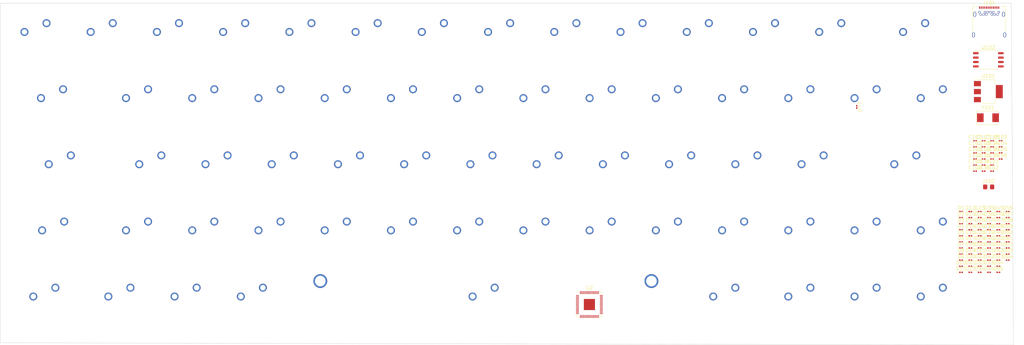
<source format=kicad_pcb>
(kicad_pcb (version 20221018) (generator pcbnew)
  (layers (0 "F.Cu" signal) (31 "B.Cu" signal) (34 "B.Paste" user) (35 "F.Paste" user) (36 "B.SilkS" user "B.Silkscreen") (37 "F.SilkS" user "F.Silkscreen") (38 "B.Mask" user) (39 "F.Mask" user) (44 "Edge.Cuts" user))
  (net 0 "")
  (net 1 "+3.3V")
  (net 2 "GND")
  (net 3 "VBUS")
  (net 4 "+1V1")
  (net 5 "/XIN")
  (net 6 "Net-(C115-Pad2)")
  (net 7 "Net-(D1-K)")
  (net 8 "Row0")
  (net 9 "Net-(D2-K)")
  (net 10 "Net-(D3-K)")
  (net 11 "Net-(D4-K)")
  (net 12 "Net-(D5-K)")
  (net 13 "Net-(D6-K)")
  (net 14 "Net-(D7-K)")
  (net 15 "Net-(D8-K)")
  (net 16 "Net-(D9-K)")
  (net 17 "Net-(D10-A)")
  (net 18 "Net-(D10-K)")
  (net 19 "Net-(D11-K)")
  (net 20 "Net-(D12-K)")
  (net 21 "Net-(D13-K)")
  (net 22 "Net-(D14-K)")
  (net 23 "Net-(D15-K)")
  (net 24 "Net-(D16-K)")
  (net 25 "Row1")
  (net 26 "Net-(D17-K)")
  (net 27 "Net-(D18-K)")
  (net 28 "Net-(D19-K)")
  (net 29 "Net-(D20-K)")
  (net 30 "Net-(D21-K)")
  (net 31 "Net-(D22-K)")
  (net 32 "Net-(D23-K)")
  (net 33 "Net-(D24-K)")
  (net 34 "Net-(D25-K)")
  (net 35 "Net-(D26-K)")
  (net 36 "Net-(D27-K)")
  (net 37 "Net-(D28-K)")
  (net 38 "Net-(D29-K)")
  (net 39 "Net-(D30-K)")
  (net 40 "Net-(D31-K)")
  (net 41 "Row2")
  (net 42 "Net-(D32-K)")
  (net 43 "Net-(D33-K)")
  (net 44 "Net-(D34-K)")
  (net 45 "Net-(D35-K)")
  (net 46 "Net-(D36-K)")
  (net 47 "Net-(D37-K)")
  (net 48 "Net-(D38-K)")
  (net 49 "Net-(D39-K)")
  (net 50 "Net-(D40-K)")
  (net 51 "Net-(D41-K)")
  (net 52 "Net-(D42-K)")
  (net 53 "Net-(D43-K)")
  (net 54 "Net-(D44-K)")
  (net 55 "Net-(D45-K)")
  (net 56 "Net-(D46-K)")
  (net 57 "Row3")
  (net 58 "Net-(D47-K)")
  (net 59 "Net-(D48-K)")
  (net 60 "Net-(D49-K)")
  (net 61 "Net-(D50-K)")
  (net 62 "Net-(D51-K)")
  (net 63 "Net-(D52-K)")
  (net 64 "Net-(D53-K)")
  (net 65 "Net-(D54-K)")
  (net 66 "Net-(D55-K)")
  (net 67 "Net-(D56-K)")
  (net 68 "Net-(D57-K)")
  (net 69 "Net-(D58-K)")
  (net 70 "Net-(D59-K)")
  (net 71 "Net-(D60-K)")
  (net 72 "Net-(D61-K)")
  (net 73 "Row4")
  (net 74 "Net-(D62-K)")
  (net 75 "Net-(D63-K)")
  (net 76 "Net-(D64-K)")
  (net 77 "Net-(J101-CC1)")
  (net 78 "USB_D+")
  (net 79 "USB_D-")
  (net 81 "Net-(J101-CC2)")
  (net 83 "/USB_BOOT")
  (net 84 "Net-(U2-USB_DP)")
  (net 85 "Net-(U2-USB_DM)")
  (net 86 "/XOUT")
  (net 87 "/QSPI_SS")
  (net 88 "Col0")
  (net 89 "Col1")
  (net 90 "Col2")
  (net 91 "Col3")
  (net 92 "Col4")
  (net 93 "Col5")
  (net 94 "Col6")
  (net 95 "Col7")
  (net 96 "Col8")
  (net 97 "Col9")
  (net 98 "Col10")
  (net 99 "Col11")
  (net 100 "Col12")
  (net 101 "Col13")
  (net 102 "Col14")
  (net 118 "/QSPI_SD3")
  (net 119 "/QSPI_SCLK")
  (net 120 "/QSPI_SD0")
  (net 121 "/QSPI_SD2")
  (net 122 "/QSPI_SD1")
  (footprint "Diode_SMD:D_0201_0603Metric" (layer "F.Cu") (at 327.805 139.22)
    (fp_text reference "D6" (at 0 -1.05) (layer "F.SilkS"))
    (fp_text value "1N4002")
    (pad "1" smd roundrect (at -0.32 0) (size 0.46 0.4) (layers "F.Cu" "F.Mask") (net 13 "Net-(D6-K)"))
    (pad "2" smd roundrect (at 0.32 0) (size 0.46 0.4) (layers "F.Cu" "F.Mask") (net 8 "Row0"))
  )
  (footprint "Diode_SMD:D_0201_0603Metric" (layer "F.Cu") (at 327.805 133.97)
    (fp_text reference "D3" (at 0 -1.05) (layer "F.SilkS"))
    (fp_text value "1N4002")
    (pad "1" smd roundrect (at -0.32 0) (size 0.46 0.4) (layers "F.Cu" "F.Mask") (net 10 "Net-(D3-K)"))
    (pad "2" smd roundrect (at 0.32 0) (size 0.46 0.4) (layers "F.Cu" "F.Mask") (net 8 "Row0"))
  )
  (footprint "Diode_SMD:D_0201_0603Metric" (layer "F.Cu") (at 335.86 146.22)
    (fp_text reference "D43" (at 0 -1.05) (layer "F.SilkS"))
    (fp_text value "1N4002")
    (pad "1" smd roundrect (at -0.32 0) (size 0.46 0.4) (layers "F.Cu" "F.Mask") (net 53 "Net-(D43-K)"))
    (pad "2" smd roundrect (at 0.32 0) (size 0.46 0.4) (layers "F.Cu" "F.Mask") (net 57 "Row3"))
  )
  (footprint "PCM_marbastlib-mx:SW_MX_1u" (layer "F.Cu") (at 148.59 100.33)
    (fp_text reference "SW19" hide)
    (fp_text value "SW_Push" hide)
    (pad "" np_thru_hole circle (at -5.08 0) (size 1.75 1.75) (drill 1.75) (layers "*.Cu" "*.Mask"))
    (pad "" np_thru_hole circle (at 0 0) (size 3.9878 3.9878) (drill 3.9878) (layers "*.Cu" "*.Mask"))
    (pad "" np_thru_hole circle (at 5.08 0) (size 1.75 1.75) (drill 1.75) (layers "*.Cu" "*.Mask"))
    (pad "1" thru_hole circle (at -3.81 -2.54) (size 2.3 2.3) (drill 1.524) (layers "*.Cu" "B.Mask") (net 28 "Net-(D19-K)"))
    (pad "2" thru_hole circle (at 2.54 -5.08) (size 2.3 2.3) (drill 1.524) (layers "*.Cu" "B.Mask") (net 92 "Col4"))
  )
  (footprint "Capacitor_SMD:C_0201_0603Metric" (layer "F.Cu") (at 331.86 110.08)
    (fp_text reference "C101" (at 0 -1.05) (layer "F.SilkS"))
    (fp_text value "10u")
    (pad "1" smd roundrect (at -0.32 0) (size 0.46 0.4) (layers "F.Cu" "F.Mask") (net 1 "+3.3V"))
    (pad "2" smd roundrect (at 0.32 0) (size 0.46 0.4) (layers "F.Cu" "F.Mask") (net 2 "GND"))
  )
  (footprint "Diode_SMD:D_0201_0603Metric" (layer "F.Cu") (at 338.545 140.97)
    (fp_text reference "D51" (at 0 -1.05) (layer "F.SilkS"))
    (fp_text value "1N4002")
    (pad "1" smd roundrect (at -0.32 0) (size 0.46 0.4) (layers "F.Cu" "F.Mask") (net 62 "Net-(D51-K)"))
    (pad "2" smd roundrect (at 0.32 0) (size 0.46 0.4) (layers "F.Cu" "F.Mask") (net 57 "Row3"))
  )
  (footprint "Diode_SMD:D_0201_0603Metric" (layer "F.Cu") (at 327.805 142.72)
    (fp_text reference "D8" (at 0 -1.05) (layer "F.SilkS"))
    (fp_text value "1N4002")
    (pad "1" smd roundrect (at -0.32 0) (size 0.46 0.4) (layers "F.Cu" "F.Mask") (net 15 "Net-(D8-K)"))
    (pad "2" smd roundrect (at 0.32 0) (size 0.46 0.4) (layers "F.Cu" "F.Mask") (net 8 "Row0"))
  )
  (footprint "Diode_SMD:D_0201_0603Metric" (layer "F.Cu") (at 338.545 146.22)
    (fp_text reference "D54" (at 0 -1.05) (layer "F.SilkS"))
    (fp_text value "1N4002")
    (pad "1" smd roundrect (at -0.32 0) (size 0.46 0.4) (layers "F.Cu" "F.Mask") (net 65 "Net-(D54-K)"))
    (pad "2" smd roundrect (at 0.32 0) (size 0.46 0.4) (layers "F.Cu" "F.Mask") (net 57 "Row3"))
  )
  (footprint "Connector_USB:USB_C_Receptacle_Amphenol_12401548E4-2A" (layer "F.Cu") (at 335.89 76.74)
    (fp_text reference "J101" (at 0 -6.36) (layer "F.SilkS"))
    (fp_text value "USB_C_Receptacle_USB2.0")
    (pad "" np_thru_hole circle (at -3.6 -4.36) (size 0.65 0.65) (drill 0.65) (layers "*.Cu" "*.Mask"))
    (pad "" np_thru_hole oval (at 3.6 -4.36) (size 0.95 0.65) (drill oval 0.95 0.65) (layers "*.Cu" "*.Mask"))
    (pad "A1" smd rect (at -2.75 -5.02) (size 0.3 0.7) (layers "F.Cu" "F.Paste" "F.Mask") (net 2 "GND"))
    (pad "A2" smd rect (at -2.25 -5.02) (size 0.3 0.7) (layers "F.Cu" "F.Paste" "F.Mask"))
    (pad "A3" smd rect (at -1.75 -5.02) (size 0.3 0.7) (layers "F.Cu" "F.Paste" "F.Mask"))
    (pad "A4" smd rect (at -1.25 -5.02) (size 0.3 0.7) (layers "F.Cu" "F.Paste" "F.Mask") (net 3 "VBUS"))
    (pad "A5" smd rect (at -0.75 -5.02) (size 0.3 0.7) (layers "F.Cu" "F.Paste" "F.Mask") (net 77 "Net-(J101-CC1)"))
    (pad "A6" smd rect (at -0.25 -5.02) (size 0.3 0.7) (layers "F.Cu" "F.Paste" "F.Mask") (net 78 "USB_D+"))
    (pad "A7" smd rect (at 0.25 -5.02) (size 0.3 0.7) (layers "F.Cu" "F.Paste" "F.Mask") (net 79 "USB_D-"))
    (pad "A8" smd rect (at 0.75 -5.02) (size 0.3 0.7) (layers "F.Cu" "F.Paste" "F.Mask"))
    (pad "A9" smd rect (at 1.25 -5.02) (size 0.3 0.7) (layers "F.Cu" "F.Paste" "F.Mask") (net 3 "VBUS"))
    (pad "A10" smd rect (at 1.75 -5.02) (size 0.3 0.7) (layers "F.Cu" "F.Paste" "F.Mask"))
    (pad "A11" smd rect (at 2.25 -5.02) (size 0.3 0.7) (layers "F.Cu" "F.Paste" "F.Mask"))
    (pad "A12" smd rect (at 2.75 -5.02) (size 0.3 0.7) (layers "F.Cu" "F.Paste" "F.Mask") (net 2 "GND"))
    (pad "B1" thru_hole circle (at 2.8 -3.71) (size 0.65 0.65) (drill 0.4) (layers "*.Cu" "*.Mask") (net 2 "GND"))
    (pad "B2" thru_hole circle (at 2.4 -3.01) (size 0.65 0.65) (drill 0.4) (layers "*.Cu" "*.Mask"))
    (pad "B3" thru_hole circle (at 1.6 -3.01) (size 0.65 0.65) (drill 0.4) (layers "*.Cu" "*.Mask"))
    (pad "B4" thru_hole circle (at 1.2 -3.71) (size 0.65 0.65) (drill 0.4) (layers "*.Cu" "*.Mask") (net 3 "VBUS"))
    (pad "B5" thru_hole circle (at 0.8 -3.01) (size 0.65 0.65) (drill 0.4) (layers "*.Cu" "*.Mask") (net 81 "Net-(J101-CC2)"))
    (pad "B6" thru_hole circle (at 0.4 -3.71) (size 0.65 0.65) (drill 0.4) (layers "*.Cu" "*.Mask") (net 78 "USB_D+"))
    (pad "B7" thru_hole circle (at -0.4 -3.71) (size 0.65 0.65) (drill 0.4) (layers "*.Cu" "*.Mask") (net 79 "USB_D-"))
    (pad "B8" thru_hole circle (at -0.8 -3.01) (size 0.65 0.65) (drill 0.4) (layers "*.Cu" "*.Mask"))
    (pad "B9" thru_hole circle (at -1.2 -3.71) (size 0.65 0.65) (drill 0.4) (layers "*.Cu" "*.Mask") (net 3 "VBUS"))
    (pad "B10" thru_hole circle (at -1.6 -3.01) (size 0.65 0.65) (drill 0.4) (layers "*.Cu" "*.Mask"))
    (pad "B11" thru_hole circle (at -2.4 -3.01) (size 0.65 0.65) (drill 0.4) (layers "*.Cu" "*.Mask"))
    (pad "B12" thru_hole circle (at -2.8 -3.71) (size 0.65 0.65) (drill 0.4) (layers "*.Cu" "*.Mask") (net 2 "GND"))
    (pad "S1" thru_hole oval (at -4.49 2.84) (size 0.8 1.4) (drill oval 0.5 1.1) (layers "*.Cu" "*.Mask") (net 2 "GND"))
    (pad "S1" thru_hole oval (at -4.13 -3.11) (size 0.8 1.4) (drill oval 0.5 1.1) (layers "*.Cu" "*.Mask") (net 2 "GND"))
    (pad "S1" thru_hole oval (at 4.13 -3.11) (size 0.8 1.4) (drill oval 0.5 1.1) (layers "*.Cu" "*.Mask") (net 2 "GND"))
    (pad "S1" thru_hole oval (at 4.49 2.84) (size 0.8 1.4) (drill oval 0.5 1.1) (layers "*.Cu" "*.Mask") (net 2 "GND"))
  )
  (footprint "PCM_marbastlib-mx:SW_MX_1u" (layer "F.Cu") (at 281.94 138.43)
    (fp_text reference "SW53" hide)
    (fp_text value "SW_Push" hide)
    (pad "" np_thru_hole circle (at -5.08 0) (size 1.75 1.75) (drill 1.75) (layers "*.Cu" "*.Mask"))
    (pad "" np_thru_hole circle (at 0 0) (size 3.9878 3.9878) (drill 3.9878) (layers "*.Cu" "*.Mask"))
    (pad "" np_thru_hole circle (at 5.08 0) (size 1.75 1.75) (drill 1.75) (layers "*.Cu" "*.Mask"))
    (pad "1" thru_hole circle (at -3.81 -2.54) (size 2.3 2.3) (drill 1.524) (layers "*.Cu" "B.Mask") (net 64 "Net-(D53-K)"))
    (pad "2" thru_hole circle (at 2.54 -5.08) (size 2.3 2.3) (drill 1.524) (layers "*.Cu" "B.Mask") (net 99 "Col11"))
  )
  (footprint "PCM_marbastlib-mx:SW_MX_1u" (layer "F.Cu") (at 86.36 157.48)
    (fp_text reference "SW57" hide)
    (fp_text value "SW_Push" hide)
    (pad "" np_thru_hole circle (at -5.08 0) (size 1.75 1.75) (drill 1.75) (layers "*.Cu" "*.Mask"))
    (pad "" np_thru_hole circle (at 0 0) (size 3.9878 3.9878) (drill 3.9878) (layers "*.Cu" "*.Mask"))
    (pad "" np_thru_hole circle (at 5.08 0) (size 1.75 1.75) (drill 1.75) (layers "*.Cu" "*.Mask"))
    (pad "1" thru_hole circle (at -3.81 -2.54) (size 2.3 2.3) (drill 1.524) (layers "*.Cu" "B.Mask") (net 68 "Net-(D57-K)"))
    (pad "2" thru_hole circle (at 2.54 -5.08) (size 2.3 2.3) (drill 1.524) (layers "*.Cu" "B.Mask") (net 89 "Col1"))
  )
  (footprint "Resistor_SMD:R_0201_0603Metric" (layer "F.Cu") (at 336.76 117.08)
    (fp_text reference "R101" (at 0 -1.05) (layer "F.SilkS"))
    (fp_text value "5.1 k")
    (pad "1" smd roundrect (at -0.32 0) (size 0.46 0.4) (layers "F.Cu" "F.Mask") (net 2 "GND"))
    (pad "2" smd roundrect (at 0.32 0) (size 0.46 0.4) (layers "F.Cu" "F.Mask") (net 81 "Net-(J101-CC2)"))
  )
  (footprint "PCM_marbastlib-mx:SW_MX_1u" (layer "F.Cu") (at 110.49 138.43)
    (fp_text reference "SW44" hide)
    (fp_text value "SW_Push" hide)
    (pad "" np_thru_hole circle (at -5.08 0) (size 1.75 1.75) (drill 1.75) (layers "*.Cu" "*.Mask"))
    (pad "" np_thru_hole circle (at 0 0) (size 3.9878 3.9878) (drill 3.9878) (layers "*.Cu" "*.Mask"))
    (pad "" np_thru_hole circle (at 5.08 0) (size 1.75 1.75) (drill 1.75) (layers "*.Cu" "*.Mask"))
    (pad "1" thru_hole circle (at -3.81 -2.54) (size 2.3 2.3) (drill 1.524) (layers "*.Cu" "B.Mask") (net 54 "Net-(D44-K)"))
    (pad "2" thru_hole circle (at 2.54 -5.08) (size 2.3 2.3) (drill 1.524) (layers "*.Cu" "B.Mask") (net 90 "Col2"))
  )
  (footprint "Capacitor_SMD:C_0201_0603Metric" (layer "F.Cu") (at 334.31 117.08)
    (fp_text reference "C111" (at 0 -1.05) (layer "F.SilkS"))
    (fp_text value "100n")
    (pad "1" smd roundrect (at -0.32 0) (size 0.46 0.4) (layers "F.Cu" "F.Mask") (net 1 "+3.3V"))
    (pad "2" smd roundrect (at 0.32 0) (size 0.46 0.4) (layers "F.Cu" "F.Mask") (net 2 "GND"))
  )
  (footprint "PCM_marbastlib-mx:SW_MX_1u" (layer "F.Cu") (at 129.54 100.33)
    (fp_text reference "SW18" hide)
    (fp_text value "SW_Push" hide)
    (pad "" np_thru_hole circle (at -5.08 0) (size 1.75 1.75) (drill 1.75) (layers "*.Cu" "*.Mask"))
    (pad "" np_thru_hole circle (at 0 0) (size 3.9878 3.9878) (drill 3.9878) (layers "*.Cu" "*.Mask"))
    (pad "" np_thru_hole circle (at 5.08 0) (size 1.75 1.75) (drill 1.75) (layers "*.Cu" "*.Mask"))
    (pad "1" thru_hole circle (at -3.81 -2.54) (size 2.3 2.3) (drill 1.524) (layers "*.Cu" "B.Mask") (net 27 "Net-(D18-K)"))
    (pad "2" thru_hole circle (at 2.54 -5.08) (size 2.3 2.3) (drill 1.524) (layers "*.Cu" "B.Mask") (net 91 "Col3"))
  )
  (footprint "PCM_marbastlib-mx:SW_MX_1u" (layer "F.Cu") (at 152.4 119.38)
    (fp_text reference "SW33" hide)
    (fp_text value "SW_Push" hide)
    (pad "" np_thru_hole circle (at -5.08 0) (size 1.75 1.75) (drill 1.75) (layers "*.Cu" "*.Mask"))
    (pad "" np_thru_hole circle (at 0 0) (size 3.9878 3.9878) (drill 3.9878) (layers "*.Cu" "*.Mask"))
    (pad "" np_thru_hole circle (at 5.08 0) (size 1.75 1.75) (drill 1.75) (layers "*.Cu" "*.Mask"))
    (pad "1" thru_hole circle (at -3.81 -2.54) (size 2.3 2.3) (drill 1.524) (layers "*.Cu" "B.Mask") (net 43 "Net-(D33-K)"))
    (pad "2" thru_hole circle (at 2.54 -5.08) (size 2.3 2.3) (drill 1.524) (layers "*.Cu" "B.Mask") (net 92 "Col4"))
  )
  (footprint "Capacitor_SMD:C_0201_0603Metric" (layer "F.Cu") (at 334.31 113.58)
    (fp_text reference "C109" (at 0 -1.05) (layer "F.SilkS"))
    (fp_text value "100n")
    (pad "1" smd roundrect (at -0.32 0) (size 0.46 0.4) (layers "F.Cu" "F.Mask") (net 1 "+3.3V"))
    (pad "2" smd roundrect (at 0.32 0) (size 0.46 0.4) (layers "F.Cu" "F.Mask") (net 2 "GND"))
  )
  (footprint "PCM_marbastlib-mx:SW_MX_1.5u" (layer "F.Cu") (at 67.31 138.43)
    (fp_text reference "SW42" hide)
    (fp_text value "SW_Push" hide)
    (pad "" np_thru_hole circle (at -5.08 0) (size 1.75 1.75) (drill 1.75) (layers "*.Cu" "*.Mask"))
    (pad "" np_thru_hole circle (at 0 0) (size 3.9878 3.9878) (drill 3.9878) (layers "*.Cu" "*.Mask"))
    (pad "" np_thru_hole circle (at 5.08 0) (size 1.75 1.75) (drill 1.75) (layers "*.Cu" "*.Mask"))
    (pad "1" thru_hole circle (at -3.81 -2.54) (size 2.3 2.3) (drill 1.524) (layers "*.Cu" "B.Mask") (net 52 "Net-(D42-K)"))
    (pad "2" thru_hole circle (at 2.54 -5.08) (size 2.3 2.3) (drill 1.524) (layers "*.Cu" "B.Mask") (net 88 "Col0"))
  )
  (footprint "PCM_marbastlib-mx:SW_MX_1u" (layer "F.Cu") (at 133.35 119.38)
    (fp_text reference "SW32" hide)
    (fp_text value "SW_Push" hide)
    (pad "" np_thru_hole circle (at -5.08 0) (size 1.75 1.75) (drill 1.75) (layers "*.Cu" "*.Mask"))
    (pad "" np_thru_hole circle (at 0 0) (size 3.9878 3.9878) (drill 3.9878) (layers "*.Cu" "*.Mask"))
    (pad "" np_thru_hole circle (at 5.08 0) (size 1.75 1.75) (drill 1.75) (layers "*.Cu" "*.Mask"))
    (pad "1" thru_hole circle (at -3.81 -2.54) (size 2.3 2.3) (drill 1.524) (layers "*.Cu" "B.Mask") (net 42 "Net-(D32-K)"))
    (pad "2" thru_hole circle (at 2.54 -5.08) (size 2.3 2.3) (drill 1.524) (layers "*.Cu" "B.Mask") (net 91 "Col3"))
  )
  (footprint "PCM_marbastlib-mx:SW_MX_1u" (layer "F.Cu") (at 91.44 138.43)
    (fp_text reference "SW43" hide)
    (fp_text value "SW_Push" hide)
    (pad "" np_thru_hole circle (at -5.08 0) (size 1.75 1.75) (drill 1.75) (layers "*.Cu" "*.Mask"))
    (pad "" np_thru_hole circle (at 0 0) (size 3.9878 3.9878) (drill 3.9878) (layers "*.Cu" "*.Mask"))
    (pad "" np_thru_hole circle (at 5.08 0) (size 1.75 1.75) (drill 1.75) (layers "*.Cu" "*.Mask"))
    (pad "1" thru_hole circle (at -3.81 -2.54) (size 2.3 2.3) (drill 1.524) (layers "*.Cu" "B.Mask") (net 53 "Net-(D43-K)"))
    (pad "2" thru_hole circle (at 2.54 -5.08) (size 2.3 2.3) (drill 1.524) (layers "*.Cu" "B.Mask") (net 89 "Col1"))
  )
  (footprint "Diode_SMD:D_0201_0603Metric" (layer "F.Cu") (at 330.49 132.22)
    (fp_text reference "D13" (at 0 -1.05) (layer "F.SilkS"))
    (fp_text value "1N4002")
    (pad "1" smd roundrect (at -0.32 0) (size 0.46 0.4) (layers "F.Cu" "F.Mask") (net 21 "Net-(D13-K)"))
    (pad "2" smd roundrect (at 0.32 0) (size 0.46 0.4) (layers "F.Cu" "F.Mask") (net 17 "Net-(D10-A)"))
  )
  (footprint "Capacitor_SMD:C_0201_0603Metric" (layer "F.Cu") (at 336.76 111.83)
    (fp_text reference "C114" (at 0 -1.05) (layer "F.SilkS"))
    (fp_text value "27p")
    (pad "1" smd roundrect (at -0.32 0) (size 0.46 0.4) (layers "F.Cu" "F.Mask") (net 2 "GND"))
    (pad "2" smd roundrect (at 0.32 0) (size 0.46 0.4) (layers "F.Cu" "F.Mask") (net 5 "/XIN"))
  )
  (footprint "PCM_marbastlib-mx:SW_MX_1u" (layer "F.Cu") (at 167.64 138.43)
    (fp_text reference "SW47" hide)
    (fp_text value "SW_Push" hide)
    (pad "" np_thru_hole circle (at -5.08 0) (size 1.75 1.75) (drill 1.75) (layers "*.Cu" "*.Mask"))
    (pad "" np_thru_hole circle (at 0 0) (size 3.9878 3.9878) (drill 3.9878) (layers "*.Cu" "*.Mask"))
    (pad "" np_thru_hole circle (at 5.08 0) (size 1.75 1.75) (drill 1.75) (layers "*.Cu" "*.Mask"))
    (pad "1" thru_hole circle (at -3.81 -2.54) (size 2.3 2.3) (drill 1.524) (layers "*.Cu" "B.Mask") (net 58 "Net-(D47-K)"))
    (pad "2" thru_hole circle (at 2.54 -5.08) (size 2.3 2.3) (drill 1.524) (layers "*.Cu" "B.Mask") (net 93 "Col5"))
  )
  (footprint "Resistor_SMD:R_0805_2012Metric_Pad1.20x1.40mm_HandSolder" (layer "F.Cu") (at 335.76 123.38)
    (fp_text reference "J102" (at 0 -1.65) (layer "F.SilkS"))
    (fp_text value "Conn_01x02_Pin")
    (pad "1" smd roundrect (at -1 0) (size 1.2 1.4) (layers "F.Cu" "F.Paste" "F.Mask") (roundrect_rratio 0.208333) (net 83 "/USB_BOOT"))
    (pad "2" smd roundrect (at 1 0) (size 1.2 1.4) (layers "F.Cu" "F.Paste" "F.Mask") (roundrect_rratio 0.208333) (net 2 "GND"))
  )
  (footprint "Capacitor_SMD:C_0201_0603Metric" (layer "F.Cu") (at 336.76 113.58)
    (fp_text reference "C115" (at 0 -1.05) (layer "F.SilkS"))
    (fp_text value "27p")
    (pad "1" smd roundrect (at -0.32 0) (size 0.46 0.4) (layers "F.Cu" "F.Mask") (net 2 "GND"))
    (pad "2" smd roundrect (at 0.32 0) (size 0.46 0.4) (layers "F.Cu" "F.Mask") (net 6 "Net-(C115-Pad2)"))
  )
  (footprint "Diode_SMD:D_0201_0603Metric" (layer "F.Cu") (at 330.49 139.22)
    (fp_text reference "D17" (at 0 -1.05) (layer "F.SilkS"))
    (fp_text value "1N4002")
    (pad "1" smd roundrect (at -0.32 0) (size 0.46 0.4) (layers "F.Cu" "F.Mask") (net 26 "Net-(D17-K)"))
    (pad "2" smd roundrect (at 0.32 0) (size 0.46 0.4) (layers "F.Cu" "F.Mask") (net 25 "Row1"))
  )
  (footprint "Diode_SMD:D_0201_0603Metric" (layer "F.Cu") (at 341.23 144.47)
    (fp_text reference "D64" (at 0 -1.05) (layer "F.SilkS"))
    (fp_text value "1N4002")
    (pad "1" smd roundrect (at -0.32 0) (size 0.46 0.4) (layers "F.Cu" "F.Mask") (net 76 "Net-(D64-K)"))
    (pad "2" smd roundrect (at 0.32 0) (size 0.46 0.4) (layers "F.Cu" "F.Mask") (net 73 "Row4"))
  )
  (footprint "Package_SO:SOIC-8_5.23x5.23mm_P1.27mm" (layer "F.Cu") (at 335.67 86.76)
    (fp_text reference "U102" (at 0 -3.56) (layer "F.SilkS"))
    (fp_text value "W25Q128JVS")
    (pad "1" smd roundrect (at -3.6 -1.905) (size 1.6 0.6) (layers "F.Cu" "F.Paste" "F.Mask") (net 87 "/QSPI_SS"))
    (pad "2" smd roundrect (at -3.6 -0.635) (size 1.6 0.6) (layers "F.Cu" "F.Paste" "F.Mask") (net 122 "/QSPI_SD1"))
    (pad "3" smd roundrect (at -3.6 0.635) (size 1.6 0.6) (layers "F.Cu" "F.Paste" "F.Mask") (net 121 "/QSPI_SD2"))
    (pad "4" smd roundrect (at -3.6 1.905) (size 1.6 0.6) (layers "F.Cu" "F.Paste" "F.Mask") (net 2 "GND"))
    (pad "5" smd roundrect (at 3.6 1.905) (size 1.6 0.6) (layers "F.Cu" "F.Paste" "F.Mask") (net 120 "/QSPI_SD0"))
    (pad "6" smd roundrect (at 3.6 0.635) (size 1.6 0.6) (layers "F.Cu" "F.Paste" "F.Mask") (net 119 "/QSPI_SCLK"))
    (pad "7" smd roundrect (at 3.6 -0.635) (size 1.6 0.6) (layers "F.Cu" "F.Paste" "F.Mask") (net 118 "/QSPI_SD3"))
    (pad "8" smd roundrect (at 3.6 -1.905) (size 1.6 0.6) (layers "F.Cu" "F.Paste" "F.Mask") (net 1 "+3.3V"))
  )
  (footprint "Diode_SMD:D_0201_0603Metric" (layer "F.Cu") (at 341.23 132.22)
    (fp_text reference "D57" (at 0 -1.05) (layer "F.SilkS"))
    (fp_text value "1N4002")
    (pad "1" smd roundrect (at -0.32 0) (size 0.46 0.4) (layers "F.Cu" "F.Mask") (net 68 "Net-(D57-K)"))
    (pad "2" smd roundrect (at 0.32 0) (size 0.46 0.4) (layers "F.Cu" "F.Mask") (net 73 "Row4"))
  )
  (footprint "Diode_SMD:D_0201_0603Metric" (layer "F.Cu") (at 330.49 146.22)
    (fp_text reference "D21" (at 0 -1.05) (layer "F.SilkS"))
    (fp_text value "1N4002")
    (pad "1" smd roundrect (at -0.32 0) (size 0.46 0.4) (layers "F.Cu" "F.Mask") (net 30 "Net-(D21-K)"))
    (pad "2" smd roundrect (at 0.32 0) (size 0.46 0.4) (layers "F.Cu" "F.Mask") (net 25 "Row1"))
  )
  (footprint "PCM_marbastlib-mx:SW_MX_1u" (layer "F.Cu") (at 186.69 138.43)
    (fp_text reference "SW48" hide)
    (fp_text value "SW_Push" hide)
    (pad "" np_thru_hole circle (at -5.08 0) (size 1.75 1.75) (drill 1.75) (layers "*.Cu" "*.Mask"))
    (pad "" np_thru_hole circle (at 0 0) (size 3.9878 3.9878) (drill 3.9878) (layers "*.Cu" "*.Mask"))
    (pad "" np_thru_hole circle (at 5.08 0) (size 1.75 1.75) (drill 1.75) (layers "*.Cu" "*.Mask"))
    (pad "1" thru_hole circle (at -3.81 -2.54) (size 2.3 2.3) (drill 1.524) (layers "*.Cu" "B.Mask") (net 59 "Net-(D48-K)"))
    (pad "2" thru_hole circle (at 2.54 -5.08) (size 2.3 2.3) (drill 1.524) (layers "*.Cu" "B.Mask") (net 94 "Col6"))
  )
  (footprint "Capacitor_SMD:C_0201_0603Metric" (layer "F.Cu") (at 334.31 118.83)
    (fp_text reference "C112" (at 0 -1.05) (layer "F.SilkS"))
    (fp_text value "100n")
    (pad "1" smd roundrect (at -0.32 0) (size 0.46 0.4) (layers "F.Cu" "F.Mask") (net 1 "+3.3V"))
    (pad "2" smd roundrect (at 0.32 0) (size 0.46 0.4) (layers "F.Cu" "F.Mask") (net 2 "GND"))
  )
  (footprint "Resistor_SMD:R_0201_0603Metric" (layer "F.Cu") (at 336.76 118.83)
    (fp_text reference "R102" (at 0 -1.05) (layer "F.SilkS"))
    (fp_text value "5.1 k")
    (pad "1" smd roundrect (at -0.32 0) (size 0.46 0.4) (layers "F.Cu" "F.Mask") (net 2 "GND"))
    (pad "2" smd roundrect (at 0.32 0) (size 0.46 0.4) (layers "F.Cu" "F.Mask") (net 77 "Net-(J101-CC1)"))
  )
  (footprint "PCM_marbastlib-mx:SW_MX_1u" (layer "F.Cu") (at 91.44 100.33)
    (fp_text reference "SW16" hide)
    (fp_text value "SW_Push" hide)
    (pad "" np_thru_hole circle (at -5.08 0) (size 1.75 1.75) (drill 1.75) (layers "*.Cu" "*.Mask"))
    (pad "" np_thru_hole circle (at 0 0) (size 3.9878 3.9878) (drill 3.9878) (layers "*.Cu" "*.Mask"))
    (pad "" np_thru_hole circle (at 5.08 0) (size 1.75 1.75) (drill 1.75) (layers "*.Cu" "*.Mask"))
    (pad "1" thru_hole circle (at -3.81 -2.54) (size 2.3 2.3) (drill 1.524) (layers "*.Cu" "B.Mask") (net 24 "Net-(D16-K)"))
    (pad "2" thru_hole circle (at 2.54 -5.08) (size 2.3 2.3) (drill 1.524) (layers "*.Cu" "B.Mask") (net 89 "Col1"))
  )
  (footprint "PCM_marbastlib-mx:SW_MX_1.25u" (layer "F.Cu") (at 260.35 157.48)
    (fp_text reference "SW61" hide)
    (fp_text value "SW_Push" hide)
    (pad "" np_thru_hole circle (at -5.08 0) (size 1.75 1.75) (drill 1.75) (layers "*.Cu" "*.Mask"))
    (pad "" np_thru_hole circle (at 0 0) (size 3.9878 3.9878) (drill 3.9878) (layers "*.Cu" "*.Mask"))
    (pad "" np_thru_hole circle (at 5.08 0) (size 1.75 1.75) (drill 1.75) (layers "*.Cu" "*.Mask"))
    (pad "1" thru_hole circle (at -3.81 -2.54) (size 2.3 2.3) (drill 1.524) (layers "*.Cu" "B.Mask") (net 72 "Net-(D61-K)"))
    (pad "2" thru_hole circle (at 2.54 -5.08) (size 2.3 2.3) (drill 1.524) (layers "*.Cu" "B.Mask") (net 98 "Col10"))
  )
  (footprint "PCM_marbastlib-mx:SW_MX_1u" (layer "F.Cu") (at 262.89 138.43)
    (fp_text reference "SW52" hide)
    (fp_text value "SW_Push" hide)
    (pad "" np_thru_hole circle (at -5.08 0) (size 1.75 1.75) (drill 1.75) (layers "*.Cu" "*.Mask"))
    (pad "" np_thru_hole circle (at 0 0) (size 3.9878 3.9878) (drill 3.9878) (layers "*.Cu" "*.Mask"))
    (pad "" np_thru_hole circle (at 5.08 0) (size 1.75 1.75) (drill 1.75) (layers "*.Cu" "*.Mask"))
    (pad "1" thru_hole circle (at -3.81 -2.54) (size 2.3 2.3) (drill 1.524) (layers "*.Cu" "B.Mask") (net 63 "Net-(D52-K)"))
    (pad "2" thru_hole circle (at 2.54 -5.08) (size 2.3 2.3) (drill 1.524) (layers "*.Cu" "B.Mask") (net 98 "Col10"))
  )
  (footprint "Diode_SMD:D_0201_0603Metric" (layer "F.Cu") (at 338.545 142.72)
    (fp_text reference "D52" (at 0 -1.05) (layer "F.SilkS"))
    (fp_text value "1N4002")
    (pad "1" smd roundrect (at -0.32 0) (size 0.46 0.4) (layers "F.Cu" "F.Mask") (net 63 "Net-(D52-K)"))
    (pad "2" smd roundrect (at 0.32 0) (size 0.46 0.4) (layers "F.Cu" "F.Mask") (net 57 "Row3"))
  )
  (footprint "PCM_marbastlib-mx:SW_MX_1u" (layer "F.Cu") (at 247.65 119.38)
    (fp_text reference "SW38" hide)
    (fp_text value "SW_Push" hide)
    (pad "" np_thru_hole circle (at -5.08 0) (size 1.75 1.75) (drill 1.75) (layers "*.Cu" "*.Mask"))
    (pad "" np_thru_hole circle (at 0 0) (size 3.9878 3.9878) (drill 3.9878) (layers "*.Cu" "*.Mask"))
    (pad "" np_thru_hole circle (at 5.08 0) (size 1.75 1.75) (drill 1.75) (layers "*.Cu" "*.Mask"))
    (pad "1" thru_hole circle (at -3.81 -2.54) (size 2.3 2.3) (drill 1.524) (layers "*.Cu" "B.Mask") (net 48 "Net-(D38-K)"))
    (pad "2" thru_hole circle (at 2.54 -5.08) (size 2.3 2.3) (drill 1.524) (layers "*.Cu" "B.Mask") (net 97 "Col9"))
  )
  (footprint "Diode_SMD:D_0201_0603Metric" (layer "F.Cu") (at 330.49 144.47)
    (fp_text reference "D20" (at 0 -1.05) (layer "F.SilkS"))
    (fp_text value "1N4002")
    (pad "1" smd roundrect (at -0.32 0) (size 0.46 0.4) (layers "F.Cu" "F.Mask") (net 29 "Net-(D20-K)"))
    (pad "2" smd roundrect (at 0.32 0) (size 0.46 0.4) (layers "F.Cu" "F.Mask") (net 25 "Row1"))
  )
  (footprint "Diode_SMD:D_0201_0603Metric" (layer "F.Cu") (at 327.805 144.47)
    (fp_text reference "D9" (at 0 -1.05) (layer "F.SilkS"))
    (fp_text value "1N4002")
    (pad "1" smd roundrect (at -0.32 0) (size 0.46 0.4) (layers "F.Cu" "F.Mask") (net 16 "Net-(D9-K)"))
    (pad "2" smd roundrect (at 0.32 0) (size 0.46 0.4) (layers "F.Cu" "F.Mask") (net 17 "Net-(D10-A)"))
  )
  (footprint "PCM_marbastlib-mx:SW_MX_1u" (layer "F.Cu") (at 285.75 119.38)
    (fp_text reference "SW40" hide)
    (fp_text value "SW_Push" hide)
    (pad "" np_thru_hole circle (at -5.08 0) (size 1.75 1.75) (drill 1.75) (layers "*.Cu" "*.Mask"))
    (pad "" np_thru_hole circle (at 0 0) (size 3.9878 3.9878) (drill 3.9878) (layers "*.Cu" "*.Mask"))
    (pad "" np_thru_hole circle (at 5.08 0) (size 1.75 1.75) (drill 1.75) (layers "*.Cu" "*.Mask"))
    (pad "1" thru_hole circle (at -3.81 -2.54) (size 2.3 2.3) (drill 1.524) (layers "*.Cu" "B.Mask") (net 50 "Net-(D40-K)"))
    (pad "2" thru_hole circle (at 2.54 -5.08) (size 2.3 2.3) (drill 1.524) (layers "*.Cu" "B.Mask") (net 99 "Col11"))
  )
  (footprint "PCM_marbastlib-mx:SW_MX_1u" (layer "F.Cu") (at 271.78 81.28)
    (fp_text reference "SW12" hide)
    (fp_text value "SW_Push" hide)
    (pad "" np_thru_hole circle (at -5.08 0) (size 1.75 1.75) (drill 1.75) (layers "*.Cu" "*.Mask"))
    (pad "" np_thru_hole circle (at 0 0) (size 3.9878 3.9878) (drill 3.9878) (layers "*.Cu" "*.Mask"))
    (pad "" np_thru_hole circle (at 5.08 0) (size 1.75 1.75) (drill 1.75) (layers "*.Cu" "*.Mask"))
    (pad "1" thru_hole circle (at -3.81 -2.54) (size 2.3 2.3) (drill 1.524) (layers "*.Cu" "B.Mask") (net 20 "Net-(D12-K)"))
    (pad "2" thru_hole circle (at 2.54 -5.08) (size 2.3 2.3) (drill 1.524) (layers "*.Cu" "B.Mask") (net 99 "Col11"))
  )
  (footprint "Diode_SMD:D_0201_0603Metric" (layer "F.Cu") (at 330.49 140.97)
    (fp_text reference "D18" (at 0 -1.05) (layer "F.SilkS"))
    (fp_text value "1N4002")
    (pad "1" smd roundrect (at -0.32 0) (size 0.46 0.4) (layers "F.Cu" "F.Mask") (net 27 "Net-(D18-K)"))
    (pad "2" smd roundrect (at 0.32 0) (size 0.46 0.4) (layers "F.Cu" "F.Mask") (net 25 "Row1"))
  )
  (footprint "Diode_SMD:D_0201_0603Metric" (layer "F.Cu") (at 341.23 133.97)
    (fp_text reference "D58" (at 0 -1.05) (layer "F.SilkS"))
    (fp_text value "1N4002")
    (pad "1" smd roundrect (at -0.32 0) (size 0.46 0.4) (layers "F.Cu" "F.Mask") (net 69 "Net-(D58-K)"))
    (pad "2" smd roundrect (at 0.32 0) (size 0.46 0.4) (layers "F.Cu" "F.Mask") (net 73 "Row4"))
  )
  (footprint "Resistor_SMD:R_0201_0603Metric" (layer "F.Cu") (at 339.21 111.83)
    (fp_text reference "R104" (at 0 -1.05) (layer "F.SilkS"))
    (fp_text value "27.4")
    (pad "1" smd roundrect (at -0.32 0) (size 0.46 0.4) (layers "F.Cu" "F.Mask") (net 85 "Net-(U2-USB_DM)"))
    (pad "2" smd roundrect (at 0.32 0) (size 0.46 0.4) (layers "F.Cu" "F.Mask") (net 79 "USB_D-"))
  )
  (footprint "PCM_marbastlib-mx:SW_MX_1u" (layer "F.Cu") (at 320.04 157.48)
    (fp_text reference "SW64" hide)
    (fp_text value "SW_Push" hide)
    (pad "" np_thru_hole circle (at -5.08 0) (size 1.75 1.75) (drill 1.75) (layers "*.Cu" "*.Mask"))
    (pad "" np_thru_hole circle (at 0 0) (size 3.9878 3.9878) (drill 3.9878) (layers "*.Cu" "*.Mask"))
    (pad "" np_thru_hole circle (at 5.08 0) (size 1.75 1.75) (drill 1.75) (layers "*.Cu" "*.Mask"))
    (pad "1" thru_hole circle (at -3.81 -2.54) (size 2.3 2.3) (drill 1.524) (layers "*.Cu" "B.Mask") (net 76 "Net-(D64-K)"))
    (pad "2" thru_hole circle (at 2.54 -5.08) (size 2.3 2.3) (drill 1.524) (layers "*.Cu" "B.Mask") (net 101 "Col13"))
  )
  (footprint "Diode_SMD:D_0201_0603Metric" (layer "F.Cu") (at 341.23 140.97)
    (fp_text reference "D62" (at 0 -1.05) (layer "F.SilkS"))
    (fp_text value "1N4002")
    (pad "1" smd roundrect (at -0.32 0) (size 0.46 0.4) (layers "F.Cu" "F.Mask") (net 74 "Net-(D62-K)"))
    (pad "2" smd roundrect (at 0.32 0) (size 0.46 0.4) (layers "F.Cu" "F.Mask") (net 73 "Row4"))
  )
  (footprint "PCM_marbastlib-mx:SW_MX_1.75u" (layer "F.Cu") (at 69.215 119.38)
    (fp_text reference "SW29" hide)
    (fp_text value "SW_Push" hide)
    (pad "" np_thru_hole circle (at -5.08 0) (size 1.75 1.75) (drill 1.75) (layers "*.Cu" "*.Mask"))
    (pad "" np_thru_hole circle (at 0 0) (size 3.9878 3.9878) (drill 3.9878) (layers "*.Cu" "*.Mask"))
    (pad "" np_thru_hole circle (at 5.08 0) (size 1.75 1.75) (drill 1.75) (layers "*.Cu" "*.Mask"))
    (pad "1" thru_hole circle (at -3.81 -2.54) (size 2.3 2.3) (drill 1.524) (layers "*.Cu" "B.Mask") (net 38 "Net-(D29-K)"))
    (pad "2" thru_hole circle (at 2.54 -5.08) (size 2.3 2.3) (drill 1.524) (layers "*.Cu" "B.Mask") (net 88 "Col0"))
  )
  (footprint "PCM_marbastlib-mx:SW_MX_1u" (layer "F.Cu") (at 243.84 138.43)
    (fp_text reference "SW51" hide)
    (fp_text value "SW_Push" hide)
    (pad "" np_thru_hole circle (at -5.08 0) (size 1.75 1.75) (drill 1.75) (layers "*.Cu" "*.Mask"))
    (pad "" np_thru_hole circle (at 0 0) (size 3.9878 3.9878) (drill 3.9878) (layers "*.Cu" "*.Mask"))
    (pad "" np_thru_hole circle (at 5.08 0) (size 1.75 1.75) (drill 1.75) (layers "*.Cu" "*.Mask"))
    (pad "1" thru_hole circle (at -3.81 -2.54) (size 2.3 2.3) (drill 1.524) (layers "*.Cu" "B.Mask") (net 62 "Net-(D51-K)"))
    (pad "2" thru_hole circle (at 2.54 -5.08) (size 2.3 2.3) (drill 1.524) (layers "*.Cu" "B.Mask") (net 97 "Col9"))
  )
  (footprint "Capacitor_SMD:C_0201_0603Metric" (layer "F.Cu") (at 331.86 113.58)
    (fp_text reference "C103" (at 0 -1.05) (layer "F.SilkS"))
    (fp_text value "1u")
    (pad "1" smd roundrect (at -0.32 0) (size 0.46 0.4) (layers "F.Cu" "F.Mask") (net 4 "+1V1"))
    (pad "2" smd roundrect (at 0.32 0) (size 0.46 0.4) (layers "F.Cu" "F.Mask") (net 2 "GND"))
  )
  (footprint "PCM_marbastlib-mx:SW_MX_1u" (layer "F.Cu") (at 129.54 138.43)
    (fp_text reference "SW45" hide)
    (fp_text value "SW_Push" hide)
    (pad "" np_thru_hole circle (at -5.08 0) (size 1.75 1.75) (drill 1.75) (layers "*.Cu" "*.Mask"))
    (pad "" np_thru_hole circle (at 0 0) (size 3.9878 3.9878) (drill 3.9878) (layers "*.Cu" "*.Mask"))
    (pad "" np_thru_hole circle (at 5.08 0) (size 1.75 1.75) (drill 1.75) (layers "*.Cu" "*.Mask"))
    (pad "1" thru_hole circle (at -3.81 -2.54) (size 2.3 2.3) (drill 1.524) (layers "*.Cu" "B.Mask") (net 55 "Net-(D45-K)"))
    (pad "2" thru_hole circle (at 2.54 -5.08) (size 2.3 2.3) (drill 1.524) (layers "*.Cu" "B.Mask") (net 91 "Col3"))
  )
  (footprint "Diode_SMD:D_0201_0603Metric" (layer "F.Cu") (at 330.49 142.72)
    (fp_text reference "D19" (at 0 -1.05) (layer "F.SilkS"))
    (fp_text value "1N4002")
    (pad "1" smd roundrect (at -0.32 0) (size 0.46 0.4) (layers "F.Cu" "F.Mask") (net 28 "Net-(D19-K)"))
    (pad "2" smd roundrect (at 0.32 0) (size 0.46 0.4) (layers "F.Cu" "F.Mask") (net 25 "Row1"))
  )
  (footprint "PCM_marbastlib-mx:SW_MX_1u" (layer "F.Cu") (at 266.7 119.38)
    (fp_text reference "SW39" hide)
    (fp_text value "SW_Push" hide)
    (pad "" np_thru_hole circle (at -5.08 0) (size 1.75 1.75) (drill 1.75) (layers "*.Cu" "*.Mask"))
    (pad "" np_thru_hole circle (at 0 0) (size 3.9878 3.9878) (drill 3.9878) (layers "*.Cu" "*.Mask"))
    (pad "" np_thru_hole circle (at 5.08 0) (size 1.75 1.75) (drill 1.75) (layers "*.Cu" "*.Mask"))
    (pad "1" thru_hole circle (at -3.81 -2.54) (size 2.3 2.3) (drill 1.524) (layers "*.Cu" "B.Mask") (net 49 "Net-(D39-K)"))
    (pad "2" thru_hole circle (at 2.54 -5.08) (size 2.3 2.3) (drill 1.524) (layers "*.Cu" "B.Mask") (net 98 "Col10"))
  )
  (footprint "Diode_SMD:D_0201_0603Metric" (layer "F.Cu") (at 335.86 144.47)
    (fp_text reference "D42" (at 0 -1.05) (layer "F.SilkS"))
    (fp_text value "1N4002")
    (pad "1" smd roundrect (at -0.32 0) (size 0.46 0.4) (layers "F.Cu" "F.Mask") (net 52 "Net-(D42-K)"))
    (pad "2" smd roundrect (at 0.32 0) (size 0.46 0.4) (layers "F.Cu" "F.Mask") (net 57 "Row3"))
  )
  (footprint "PCM_marbastlib-mx:SW_MX_1u" (layer "F.Cu") (at 224.79 100.33)
    (fp_text reference "SW23" hide)
    (fp_text value "SW_Push" hide)
    (pad "" np_thru_hole circle (at -5.08 0) (size 1.75 1.75) (drill 1.75) (layers "*.Cu" "*.Mask"))
    (pad "" np_thru_hole circle (at 0 0) (size 3.9878 3.9878) (drill 3.9878) (layers "*.Cu" "*.Mask"))
    (pad "" np_thru_hole circle (at 5.08 0) (size 1.75 1.75) (drill 1.75) (layers "*.Cu" "*.Mask"))
    (pad "1" thru_hole circle (at -3.81 -2.54) (size 2.3 2.3) (drill 1.524) (layers "*.Cu" "B.Mask") (net 32 "Net-(D23-K)"))
    (pad "2" thru_hole circle (at 2.54 -5.08) (size 2.3 2.3) (drill 1.524) (layers "*.Cu" "B.Mask") (net 96 "Col8"))
  )
  (footprint "Diode_SMD:D_0201_0603Metric" (layer "F.Cu") (at 333.175 135.72)
    (fp_text reference "D26" (at 0 -1.05) (layer "F.SilkS"))
    (fp_text value "1N4002")
    (pad "1" smd roundrect (at -0.32 0) (size 0.46 0.4) (layers "F.Cu" "F.Mask") (net 35 "Net-(D26-K)"))
    (pad "2" smd roundrect (at 0.32 0) (size 0.46 0.4) (layers "F.Cu" "F.Mask") (net 25 "Row1"))
  )
  (footprint "PCM_marbastlib-mx:SW_MX_1u" (layer "F.Cu") (at 119.38 81.28)
    (fp_text reference "SW4" hide)
    (fp_text value "SW_Push" hide)
    (pad "" np_thru_hole circle (at -5.08 0) (size 1.75 1.75) (drill 1.75) (layers "*.Cu" "*.Mask"))
    (pad "" np_thru_hole circle (at 0 0) (size 3.9878 3.9878) (drill 3.9878) (layers "*.Cu" "*.Mask"))
    (pad "" np_thru_hole circle (at 5.08 0) (size 1.75 1.75) (drill 1.75) (layers "*.Cu" "*.Mask"))
    (pad "1" thru_hole circle (at -3.81 -2.54) (size 2.3 2.3) (drill 1.524) (layers "*.Cu" "B.Mask") (net 11 "Net-(D4-K)"))
    (pad "2" thru_hole circle (at 2.54 -5.08) (size 2.3 2.3) (drill 1.524) (layers "*.Cu" "B.Mask") (net 91 "Col3"))
  )
  (footprint "PCM_marbastlib-mx:SW_MX_1u" (layer "F.Cu") (at 281.94 100.33)
    (fp_text reference "SW26" hide)
    (fp_text value "SW_Push" hide)
    (pad "" np_thru_hole circle (at -5.08 0) (size 1.75 1.75) (drill 1.75) (layers "*.Cu" "*.Mask"))
    (pad "" np_thru_hole circle (at 0 0) (size 3.9878 3.9878) (drill 3.9878) (layers "*.Cu" "*.Mask"))
    (pad "" np_thru_hole circle (at 5.08 0) (size 1.75 1.75) (drill 1.75) (layers "*.Cu" "*.Mask"))
    (pad "1" thru_hole circle (at -3.81 -2.54) (size 2.3 2.3) (drill 1.524) (layers "*.Cu" "B.Mask") (net 35 "Net-(D26-K)"))
    (pad "2" thru_hole circle (at 2.54 -5.08) (size 2.3 2.3) (drill 1.524) (layers "*.Cu" "B.Mask") (net 99 "Col11"))
  )
  (footprint "Diode_SMD:D_0201_0603Metric" (layer "F.Cu") (at 338.545 133.97)
    (fp_text reference "D47" (at 0 -1.05) (layer "F.SilkS"))
    (fp_text value "1N4002")
    (pad "1" smd roundrect (at -0.32 0) (size 0.46 0.4) (layers "F.Cu" "F.Mask") (net 58 "Net-(D47-K)"))
    (pad "2" smd roundrect (at 0.32 0) (size 0.46 0.4) (layers "F.Cu" "F.Mask") (net 57 "Row3"))
  )
  (footprint "Diode_SMD:D_0201_0603Metric" (layer "F.Cu") (at 341.23 135.72)
    (fp_text reference "D59" (at 0 -1.05) (layer "F.SilkS"))
    (fp_text value "1N4002")
    (pad "1" smd roundrect (at -0.32 0) (size 0.46 0.4) (layers "F.Cu" "F.Mask") (net 70 "Net-(D59-K)"))
    (pad "2" smd roundrect (at 0.32 0) (size 0.46 0.4) (layers "F.Cu" "F.Mask") (net 73 "Row4"))
  )
  (footprint "PCM_marbastlib-mx:SW_MX_1u" (layer "F.Cu") (at 214.63 81.28)
    (fp_text reference "SW9" hide)
    (fp_text value "SW_Push" hide)
    (pad "" np_thru_hole circle (at -5.08 0) (size 1.75 1.75) (drill 1.75) (layers "*.Cu" "*.Mask"))
    (pad "" np_thru_hole circle (at 0 0) (size 3.9878 3.9878) (drill 3.9878) (layers "*.Cu" "*.Mask"))
    (pad "" np_thru_hole circle (at 5.08 0) (size 1.75 1.75) (drill 1.75) (layers "*.Cu" "*.Mask"))
    (pad "1" thru_hole circle (at -3.81 -2.54) (size 2.3 2.3) (drill 1.524) (layers "*.Cu" "B.Mask") (net 16 "Net-(D9-K)"))
    (pad "2" thru_hole circle (at 2.54 -5.08) (size 2.3 2.3) (drill 1.524) (layers "*.Cu" "B.Mask") (net 96 "Col8"))
  )
  (footprint "Diode_SMD:D_0201_0603Metric" (layer "F.Cu") (at 333.175 130.47)
    (fp_text reference "D23" (at 0 -1.05) (layer "F.SilkS"))
    (fp_text value "1N4002")
    (pad "1" smd roundrect (at -0.32 0) (size 0.46 0.4) (layers "F.Cu" "F.Mask") (net 32 "Net-(D23-K)"))
    (pad "2" smd roundrect (at 0.32 0) (size 0.46 0.4) (layers "F.Cu" "F.Mask") (net 25 "Row1"))
  )
  (footprint "PCM_marbastlib-mx:SW_MX_1u" (layer "F.Cu") (at 262.89 100.33)
    (fp_text reference "SW25" hide)
    (fp_text value "SW_Push" hide)
    (pad "" np_thru_hole circle (at -5.08 0) (size 1.75 1.75) (drill 1.75) (layers "*.Cu" "*.Mask"))
    (pad "" np_thru_hole circle (at 0 0) (size 3.9878 3.9878) (drill 3.9878) (layers "*.Cu" "*.Mask"))
    (pad "" np_thru_hole circle (at 5.08 0) (size 1.75 1.75) (drill 1.75) (layers "*.Cu" "*.Mask"))
    (pad "1" thru_hole circle (at -3.81 -2.54) (size 2.3 2.3) (drill 1.524) (layers "*.Cu" "B.Mask") (net 34 "Net-(D25-K)"))
    (pad "2" thru_hole circle (at 2.54 -5.08) (size 2.3 2.3) (drill 1.524) (layers "*.Cu" "B.Mask") (net 98 "Col10"))
  )
  (footprint "PCM_marbastlib-mx:SW_MX_1u" (layer "F.Cu") (at 62.23 81.28)
    (fp_text reference "SW1" hide)
    (fp_text value "SW_Push" hide)
    (pad "" np_thru_hole circle (at -5.08 0) (size 1.75 1.75) (drill 1.75) (layers "*.Cu" "*.Mask"))
    (pad "" np_thru_hole circle (at 0 0) (size 3.9878 3.9878) (drill 3.9878) (layers "*.Cu" "*.Mask"))
    (pad "" np_thru_hole circle (at 5.08 0) (size 1.75 1.75) (drill 1.75) (layers "*.Cu" "*.Mask"))
    (pad "1" thru_hole circle (at -3.81 -2.54) (size 2.3 2.3) (drill 1.524) (layers "*.Cu" "B.Mask") (net 7 "Net-(D1-K)"))
    (pad "2" thru_hole circle (at 2.54 -5.08) (size 2.3 2.3) (drill 1.524) (layers "*.Cu" "B.Mask") (net 88 "Col0"))
  )
  (footprint "PCM_marbastlib-mx:SW_MX_1u" (layer "F.Cu") (at 205.74 100.33)
    (fp_text reference "SW22" hide)
    (fp_text value "SW_Push" hide)
    (pad "" np_thru_hole circle (at -5.08 0) (size 1.75 1.75) (drill 1.75) (layers "*.Cu" "*.Mask"))
    (pad "" np_thru_hole circle (at 0 0) (size 3.9878 3.9878) (drill 3.9878) (layers "*.Cu" "*.Mask"))
    (pad "" np_thru_hole circle (at 5.08 0) (size 1.75 1.75) (drill 1.75) (layers "*.Cu" "*.Mask"))
    (pad "1" thru_hole circle (at -3.81 -2.54) (size 2.3 2.3) (drill 1.524) (layers "*.Cu" "B.Mask") (net 31 "Net-(D22-K)"))
    (pad "2" thru_hole circle (at 2.54 -5.08) (size 2.3 2.3) (drill 1.524) (layers "*.Cu" "B.Mask") (net 95 "Col7"))
  )
  (footprint "Diode_SMD:D_0201_0603Metric" (layer "F.Cu") (at 338.545 130.47)
    (fp_text reference "D45" (at 0 -1.05) (layer "F.SilkS"))
    (fp_text value "1N4002")
    (pad "1" smd roundrect (at -0.32 0) (size 0.46 0.4) (layers "F.Cu" "F.Mask") (net 55 "Net-(D45-K)"))
    (pad "2" smd roundrect (at 0.32 0) (size 0.46 0.4) (layers "F.Cu" "F.Mask") (net 57 "Row3"))
  )
  (footprint "Diode_SMD:D_0201_0603Metric" (layer "F.Cu") (at 335.86 132.22)
    (fp_text reference "D36" (at 0 -1.05) (layer "F.SilkS"))
    (fp_text value "1N4002")
    (pad "1" smd roundrect (at -0.32 0) (size 0.46 0.4) (layers "F.Cu" "F.Mask") (net 46 "Net-(D36-K)"))
    (pad "2" smd roundrect (at 0.32 0) (size 0.46 0.4) (layers "F.Cu" "F.Mask") (net 41 "Row2"))
  )
  (footprint "Diode_SMD:D_0201_0603Metric" (layer "F.Cu") (at 333.175 144.47)
    (fp_text reference "D32" (at 0 -1.05) (layer "F.SilkS"))
    (fp_text value "1N4002")
    (pad "1" smd roundrect (at -0.32 0) (size 0.46 0.4) (layers "F.Cu" "F.Mask") (net 42 "Net-(D32-K)"))
    (pad "2" smd roundrect (at 0.32 0) (size 0.46 0.4) (layers "F.Cu" "F.Mask") (net 41 "Row2"))
  )
  (footprint "PCM_marbastlib-mx:SW_MX_1u" (layer "F.Cu") (at 148.59 138.43)
    (fp_text reference "SW46" hide)
    (fp_text value "SW_Push" hide)
    (pad "" np_thru_hole circle (at -5.08 0) (size 1.75 1.75) (drill 1.75) (layers "*.Cu" "*.Mask"))
    (pad "" np_thru_hole circle (at 0 0) (size 3.9878 3.9878) (drill 3.9878) (layers "*.Cu" "*.Mask"))
    (pad "" np_thru_hole circle (at 5.08 0) (size 1.75 1.75) (drill 1.75) (layers "*.Cu" "*.Mask"))
    (pad "1" thru_hole circle (at -3.81 -2.54) (size 2.3 2.3) (drill 1.524) (layers "*.Cu" "B.Mask") (net 56 "Net-(D46-K)"))
    (pad "2" thru_hole circle (at 2.54 -5.08) (size 2.3 2.3) (drill 1.524) (layers "*.Cu" "B.Mask") (net 92 "Col4"))
  )
  (footprint "Resistor_SMD:R_0201_0603Metric" (layer "F.Cu") (at 339.21 113.58)
    (fp_text reference "R105" (at 0 -1.05) (layer "F.SilkS"))
    (fp_text value "1 k")
    (pad "1" smd roundrect (at -0.32 0) (size 0.46 0.4) (layers "F.Cu" "F.Mask") (net 86 "/XOUT"))
    (pad "2" smd roundrect (at 0.32 0) (size 0.46 0.4) (layers "F.Cu" "F.Mask") (net 6 "Net-(C115-Pad2)"))
  )
  (footprint "Diode_SMD:D_0201_0603Metric" (layer "F.Cu") (at 338.545 139.22)
    (fp_text reference "D50" (at 0 -1.05) (layer "F.SilkS"))
    (fp_text value "1N4002")
    (pad "1" smd roundrect (at -0.32 0) (size 0.46 0.4) (layers "F.Cu" "F.Mask") (net 61 "Net-(D50-K)"))
    (pad "2" smd roundrect (at 0.32 0) (size 0.46 0.4) (layers "F.Cu" "F.Mask") (net 57 "Row3"))
  )
  (footprint "Diode_SMD:D_0201_0603Metric" (layer "F.Cu") (at 338.545 135.72)
    (fp_text reference "D48" (at 0 -1.05) (layer "F.SilkS"))
    (fp_text value "1N4002")
    (pad "1" smd roundrect (at -0.32 0) (size 0.46 0.4) (layers "F.Cu" "F.Mask") (net 59 "Net-(D48-K)"))
    (pad "2" smd roundrect (at 0.32 0) (size 0.46 0.4) (layers "F.Cu" "F.Mask") (net 57 "Row3"))
  )
  (footprint "Diode_SMD:D_0201_0603Metric" (layer "F.Cu") (at 333.175 146.22)
    (fp_text reference "D33" (at 0 -1.05) (layer "F.SilkS"))
    (fp_text value "1N4002")
    (pad "1" smd roundrect (at -0.32 0) (size 0.46 0.4) (layers "F.Cu" "F.Mask") (net 43 "Net-(D33-K)"))
    (pad "2" smd roundrect (at 0.32 0) (size 0.46 0.4) (layers "F.Cu" "F.Mask") (net 41 "Row2"))
  )
  (footprint "Diode_SMD:D_0201_0603Metric" (layer "F.Cu") (at 327.805 132.22)
    (fp_text reference "D2" (at 0 -1.05) (layer "F.SilkS"))
    (fp_text value "1N4002")
    (pad "1" smd roundrect (at -0.32 0) (size 0.46 0.4) (layers "F.Cu" "F.Mask") (net 9 "Net-(D2-K)"))
    (pad "2" smd roundrect (at 0.32 0) (size 0.46 0.4) (layers "F.Cu" "F.Mask") (net 8 "Row0"))
  )
  (footprint "Diode_SMD:D_0201_0603Metric" (layer "F.Cu") (at 338.545 137.47)
    (fp_text reference "D49" (at 0 -1.05) (layer "F.SilkS"))
    (fp_text value "1N4002")
    (pad "1" smd roundrect (at -0.32 0) (size 0.46 0.4) (layers "F.Cu" "F.Mask") (net 60 "Net-(D49-K)"))
    (pad "2" smd roundrect (at 0.32 0) (size 0.46 0.4) (layers "F.Cu" "F.Mask") (net 57 "Row3"))
  )
  (footprint "Capacitor_SMD:C_0201_0603Metric" (layer "F.Cu") (at 331.86 111.83)
    (fp_text reference "C102" (at 0 -1.05) (layer "F.SilkS"))
    (fp_text value "10u")
    (pad "1" smd roundrect (at -0.32 0) (size 0.46 0.4) (layers "F.Cu" "F.Mask") (net 3 "VBUS"))
    (pad "2" smd roundrect (at 0.32 0) (size 0.46 0.4) (layers "F.Cu" "F.Mask") (net 2 "GND"))
  )
  (footprint "PCM_marbastlib-mx:SW_MX_1u" (layer "F.Cu") (at 95.25 119.38)
    (fp_text reference "SW30" hide)
    (fp_text value "SW_Push" hide)
    (pad "" np_thru_hole circle (at -5.08 0) (size 1.75 1.75) (drill 1.75) (layers "*.Cu" "*.Mask"))
    (pad "" np_thru_hole circle (at 0 0) (size 3.9878 3.9878) (drill 3.9878) (layers "*.Cu" "*.Mask"))
    (pad "" np_thru_hole circle (at 5.08 0) (size 1.75 1.75) (drill 1.75) (layers "*.Cu" "*.Mask"))
    (pad "1" thru_hole circle (at -3.81 -2.54) (size 2.3 2.3) (drill 1.524) (layers "*.Cu" "B.Mask") (net 39 "Net-(D30-K)"))
    (pad "2" thru_hole circle (at 2.54 -5.08) (size 2.3 2.3) (drill 1.524) (layers "*.Cu" "B.Mask") (net 89 "Col1"))
  )
  (footprint "Diode_SMD:D_0201_0603Metric" (layer "F.Cu") (at 335.86 135.72)
    (fp_text reference "D38" (at 0 -1.05) (layer "F.SilkS"))
    (fp_text value "1N4002")
    (pad "1" smd roundrect (at -0.32 0) (size 0.46 0.4) (layers "F.Cu" "F.Mask") (net 48 "Net-(D38-K)"))
    (pad "2" smd roundrect (at 0.32 0) (size 0.46 0.4) (layers "F.Cu" "F.Mask") (net 41 "Row2"))
  )
  (footprint "Capacitor_SMD:C_0201_0603Metric" (layer "F.Cu") (at 336.76 110.08)
    (fp_text reference "C113" (at 0 -1.05) (layer "F.SilkS"))
    (fp_text value "100n")
    (pad "1" smd roundrect (at -0.32 0) (size 0.46 0.4) (layers "F.Cu" "F.Mask") (net 1 "+3.3V"))
    (pad "2" smd roundrect (at 0.32 0) (size 0.46 0.4) (layers "F.Cu" "F.Mask") (net 2 "GND"))
  )
  (footprint "PCM_marbastlib-mx:SW_MX_1u" (layer "F.Cu") (at 281.94 157.48)
    (fp_text reference "SW62" hide)
    (fp_text value "SW_Push" hide)
    (pad "" np_thru_hole circle (at -5.08 0) (size 1.75 1.75) (drill 1.75) (layers "*.Cu" "*.Mask"))
    (pad "" np_thru_hole circle (at 0 0) (size 3.9878 3.9878) (drill 3.9878) (layers "*.Cu" "*.Mask"))
    (pad "" np_thru_hole circle (at 5.08 0) (size 1.75 1.75) (drill 1.75) (layers "*.Cu" "*.Mask"))
    (pad "1" thru_hole circle (at -3.81 -2.54) (size 2.3 2.3) (drill 1.524) (layers "*.Cu" "B.Mask") (net 74 "Net-(D62-K)"))
    (pad "2" thru_hole circle (at 2.54 -5.08) (size 2.3 2.3) (drill 1.524) (layers "*.Cu" "B.Mask") (net 99 "Col11"))
  )
  (footprint "Diode_SMD:D_0201_0603Metric" (layer "F.Cu") (at 330.49 147.97)
    (fp_text reference "D22" (at 0 -1.05) (layer "F.SilkS"))
    (fp_text value "1N4002")
    (pad "1" smd roundrect (at -0.32 0) (size 0.46 0.4) (layers "F.Cu" "F.Mask") (net 31 "Net-(D22-K)"))
    (pad "2" smd roundrect (at 0.32 0) (size 0.46 0.4) (layers "F.Cu" "F.Mask") (net 25 "Row1"))
  )
  (footprint "Package_TO_SOT_SMD:SOT-223-3_TabPin2" (layer "F.Cu") (at 335.67 95.92)
    (fp_text reference "U101" (at 0 -4.5) (layer "F.SilkS"))
    (fp_text value "NCP1117-1.5_SOT223")
    (pad "1" smd rect (at -3.15 -2.3) (size 2 1.5) (layers "F.Cu" "F.Paste" "F.Mask") (net 2 "GND"))
    (pad "2" smd rect (at -3.15 0) (size 2 1.5) (layers "F.Cu" "F.Paste" "F.Mask") (net 1 "+3.3V"))
    (pad "2" smd rect (at 3.15 0) (size 2 3.8) (layers "F.Cu" "F.Paste" "F.Mask") (net 1 "+3.3V"))
    (pad "3" smd rect (at -3.15 2.3) (size 2 1.5) (layers "F.Cu" "F.Paste" "F.Mask") (net 3 "VBUS"))
  )
  (footprint "Diode_SMD:D_0201_0603Metric" (layer "F.Cu") (at 335.86 142.72)
    (fp_text reference "D41" (at 0 -1.05) (layer "F.SilkS"))
    (fp_text value "1N4002")
    (pad "1" smd roundrect (at -0.32 0) (size 0.46 0.4) (layers "F.Cu" "F.Mask") (net 51 "Net-(D41-K)"))
    (pad "2" smd roundrect (at 0.32 0) (size 0.46 0.4) (layers "F.Cu" "F.Mask") (net 41 "Row2"))
  )
  (footprint "PCM_marbastlib-mx:SW_MX_1u" (layer "F.Cu") (at 124.46 157.48)
    (fp_text reference "SW59" hide)
    (fp_text value "SW_Push" hide)
    (pad "" np_thru_hole circle (at -5.08 0) (size 1.75 1.75) (drill 1.75) (layers "*.Cu" "*.Mask"))
    (pad "" np_thru_hole circle (at 0 0) (size 3.9878 3.9878) (drill 3.9878) (layers "*.Cu" "*.Mask"))
    (pad "" np_thru_hole circle (at 5.08 0) (size 1.75 1.75) (drill 1.75) (layers "*.Cu" "*.Mask"))
    (pad "1" thru_hole circle (at -3.81 -2.54) (size 2.3 2.3) (drill 1.524) (layers "*.Cu" "B.Mask") (net 70 "Net-(D59-K)"))
    (pad "2" thru_hole circle (at 2.54 -5.08) (size 2.3 2.3) (drill 1.524) (layers "*.Cu" "B.Mask") (net 91 "Col3"))
  )
  (footprint "PCM_marbastlib-mx:SW_MX_1u" (layer "F.Cu") (at 176.53 81.28)
    (fp_text reference "SW7" hide)
    (fp_text value "SW_Push" hide)
    (pad "" np_thru_hole circle (at -5.08 0) (size 1.75 1.75) (drill 1.75) (layers "*.Cu" "*.Mask"))
    (pad "" np_thru_hole circle (at 0 0) (size 3.9878 3.9878) (drill 3.9878) (layers "*.Cu" "*.Mask"))
    (pad "" np_thru_hole circle (at 5.08 0) (size 1.75 1.75) (drill 1.75) (layers "*.Cu" "*.Mask"))
    (pad "1" thru_hole circle (at -3.81 -2.54) (size 2.3 2.3) (drill 1.524) (layers "*.Cu" "B.Mask") (net 14 "Net-(D7-K)"))
    (pad "2" thru_hole circle (at 2.54 -5.08) (size 2.3 2.3) (drill 1.524) (layers "*.Cu" "B.Mask") (net 94 "Col6"))
  )
  (footprint "Diode_SMD:D_0201_0603Metric" (layer "F.Cu") (at 341.23 139.22)
    (fp_text reference "D61" (at 0 -1.05) (layer "F.SilkS"))
    (fp_text value "1N4002")
    (pad "1" smd roundrect (at -0.32 0) (size 0.46 0.4) (layers "F.Cu" "F.Mask") (net 72 "Net-(D61-K)"))
    (pad "2" smd roundrect (at 0.32 0) (size 0.46 0.4) (layers "F.Cu" "F.Mask") (net 73 "Row4"))
  )
  (footprint "Diode_SMD:D_0201_0603Metric" (layer "F.Cu") (at 327.805 130.47)
    (fp_text reference "D1" (at 0 -1.05) (layer "F.SilkS"))
    (fp_text value "1N4002")
    (pad "1" smd roundrect (at -0.32 0) (size 0.46 0.4) (layers "F.Cu" "F.Mask") (net 7 "Net-(D1-K)"))
    (pad "2" smd roundrect (at 0.32 0) (size 0.46 0.4) (layers "F.Cu" "F.Mask") (net 8 "Row0"))
  )
  (footprint "Diode_SMD:D_0201_0603Metric" (layer "F.Cu") (at 297.815 100.33 -90)
    (fp_text reference "D27" (at 0 -1.05 90) (layer "F.SilkS"))
    (fp_text value "1N4002")
    (pad "1" smd roundrect (at -0.32 0 270) (size 0.46 0.4) (layers "F.Cu" "F.Mask") (net 36 "Net-(D27-K)"))
    (pad "2" smd roundrect (at 0.32 0 270) (size 0.46 0.4) (layers "F.Cu" "F.Mask") (net 25 "Row1"))
  )
  (footprint "PCM_marbastlib-mx:SW_MX_1u" (layer "F.Cu") (at 195.58 81.28)
    (fp_text reference "SW8" hide)
    (fp_text value "SW_Push" hide)
    (pad "" np_thru_hole circle (at -5.08 0) (size 1.75 1.75) (drill 1.75) (layers "*.Cu" "*.Mask"))
    (pad "" np_thru_hole circle (at 0 0) (size 3.9878 3.9878) (drill 3.9878) (layers "*.Cu" "*.Mask"))
    (pad "" np_thru_hole circle (at 5.08 0) (size 1.75 1.75) (drill 1.75) (layers "*.Cu" "*.Mask"))
    (pad "1" thru_hole circle (at -3.81 -2.54) (size 2.3 2.3) (drill 1.524) (layers "*.Cu" "B.Mask") (net 15 "Net-(D8-K)"))
    (pad "2" thru_hole circle (at 2.54 -5.08) (size 2.3 2.3) (drill 1.524) (layers "*.Cu" "B.Mask") (net 95 "Col7"))
  )
  (footprint "PCM_marbastlib-mx:SW_MX_1u" (layer "F.Cu") (at 252.73 81.28)
    (fp_text reference "SW11" hide)
    (fp_text value "SW_Push" hide)
    (pad "" np_thru_hole circle (at -5.08 0) (size 1.75 1.75) (drill 1.75) (layers "*.Cu" "*.Mask"))
    (pad "" np_thru_hole circle (at 0 0) (size 3.9878 3.9878) (drill 3.9878) (layers "*.Cu" "*.Mask"))
    (pad "" np_thru_hole circle (at 5.08 0) (size 1.75 1.75) (drill 1.75) (layers "*.Cu" "*.Mask"))
    (pad "1" thru_hole circle (at -3.81 -2.54) (size 2.3 2.3) (drill 1.524) (layers "*.Cu" "B.Mask") (net 19 "Net-(D11-K)"))
    (pad "2" thru_hole circle (at 2.54 -5.08) (size 2.3 2.3) (drill 1.524) (layers "*.Cu" "B.Mask") (net 98 "Col10"))
  )
  (footprint "Capacitor_SMD:C_0201_0603Metric" (layer "F.Cu") (at 331.86 115.33)
    (fp_text reference "C104" (at 0 -1.05) (layer "F.SilkS"))
    (fp_text value "100n")
    (pad "1" smd roundrect (at -0.32 0) (size 0.46 0.4) (layers "F.Cu" "F.Mask") (net 4 "+1V1"))
    (pad "2" smd roundrect (at 0.32 0) (size 0.46 0.4) (layers "F.Cu" "F.Mask") (net 2 "GND"))
  )
  (footprint "Diode_SMD:D_0201_0603Metric" (layer "F.Cu") (at 335.86 147.97)
    (fp_text reference "D44" (at 0 -1.05) (layer "F.SilkS"))
    (fp_text value "1N4002")
    (pad "1" smd roundrect (at -0.32 0) (size 0.46 0.4) (layers "F.Cu" "F.Mask") (net 54 "Net-(D44-K)"))
    (pad "2" smd roundrect (at 0.32 0) (size 0.46 0.4) (layers "F.Cu" "F.Mask") (net 57 "Row3"))
  )
  (footprint "Diode_SMD:D_0201_0603Metric" (layer "F.Cu") (at 338.545 144.47)
    (fp_text reference "D53" (at 0 -1.05) (layer "F.SilkS"))
    (fp_text value "1N4002")
    (pad "1" smd roundrect (at -0.32 0) (size 0.46 0.4) (layers "F.Cu" "F.Mask") (net 64 "Net-(D53-K)"))
    (pad "2" smd roundrect (at 0.32 0) (size 0.46 0.4) (layers "F.Cu" "F.Mask") (net 57 "Row3"))
  )
  (footprint "Capacitor_SMD:C_0201_0603Metric" (layer "F.Cu") (at 334.31 111.83)
    (fp_text reference "C108" (at 0 -1.05) (layer "F.SilkS"))
    (fp_text value "100n")
    (pad "1" smd roundrect (at -0.32 0) (size 0.46 0.4) (layers "F.Cu" "F.Mask") (net 1 "+3.3V"))
    (pad "2" smd roundrect (at 0.32 0) (size 0.46 0.4) (layers "F.Cu" "F.Mask") (net 2 "GND"))
  )
  (footprint "Diode_SMD:D_0201_0603Metric" (layer "F.Cu") (at 330.49 135.72)
    (fp_text reference "D15" (at 0 -1.05) (layer "F.SilkS"))
    (fp_text value "1N4002")
    (pad "1" smd roundrect (at -0.32 0) (size 0.46 0.4) (layers "F.Cu" "F.Mask") (net 23 "Net-(D15-K)"))
    (pad "2" smd roundrect (at 0.32 0) (size 0.46 0.4) (layers "F.Cu" "F.Mask") (net 25 "Row1"))
  )
  (footprint "PCM_marbastlib-mx:SW_MX_1u" (layer "F.Cu") (at 81.28 81.28)
    (fp_text reference "SW2" hide)
    (fp_text value "SW_Push" hide)
    (pad "" np_thru_hole circle (at -5.08 0) (size 1.75 1.75) (drill 1.75) (layers "*.Cu" "*.Mask"))
    (pad "" np_thru_hole circle (at 0 0) (size 3.9878 3.9878) (drill 3.9878) (layers "*.Cu" "*.Mask"))
    (pad "" np_thru_hole circle (at 5.08 0) (size 1.75 1.75) (drill 1.75) (layers "*.Cu" "*.Mask"))
    (pad "1" thru_hole circle (at -3.81 -2.54) (size 2.3 2.3) (drill 1.524) (layers "*.Cu" "B.Mask") (net 9 "Net-(D2-K)"))
    (pad "2" thru_hole circle (at 2.54 -5.08) (size 2.3 2.3) (drill 1.524) (layers "*.Cu" "B.Mask") (net 89 "Col1"))
  )
  (footprint "Diode_SMD:D_0201_0603Metric" (layer "F.Cu") (at 335.86 130.47)
    (fp_text reference "D35" (at 0 -1.05) (layer "F.SilkS"))
    (fp_text value "1N4002")
    (pad "1" smd roundrect (at -0.32 0) (size 0.46 0.4) (layers "F.Cu" "F.Mask") (net 45 "Net-(D35-K)"))
    (pad "2" smd roundrect (at 0.32 0) (size 0.46 0.4) (layers "F.Cu" "F.Mask") (net 41 "Row2"))
  )
  (footprint "PCM_marbastlib-mx:SW_MX_1u" (layer "F.Cu") (at 167.64 100.33)
    (fp_text reference "SW20" hide)
    (fp_text value "SW_Push" hide)
    (pad "" np_thru_hole circle (at -5.08 0) (size 1.75 1.75) (drill 1.75) (layers "*.Cu" "*.Mask"))
    (pad "" np_thru_hole circle (at 0 0) (size 3.9878 3.9878) (drill 3.9878) (layers "*.Cu" "*.Mask"))
    (pad "" np_thru_hole circle (at 5.08 0) (size 1.75 1.75) (drill 1.75) (layers "*.Cu" "*.Mask"))
    (pad "1" thru_hole circle (at -3.81 -2.54) (size 2.3 2.3) (drill 1.524) (layers "*.Cu" "B.Mask") (net 29 "Net-(D20-K)"))
    (pad "2" thru_hole circle (at 2.54 -5.08) (size 2.3 2.3) (drill 1.524) (layers "*.Cu" "B.Mask") (net 93 "Col5"))
  )
  (footprint "Diode_SMD:D_0201_0603Metric" (layer "F.Cu") (at 333.175 139.22)
    (fp_text reference "D29" (at 0 -1.05) (layer "F.SilkS"))
    (fp_text value "1N4002")
    (pad "1" smd roundrect (at -0.32 0) (size 0.46 0.4) (layers "F.Cu" "F.Mask") (net 38 "Net-(D29-K)"))
    (pad "2" smd roundrect (at 0.32 0) (size 0.46 0.4) (layers "F.Cu" "F.Mask") (net 41 "Row2"))
  )
  (footprint "Diode_SMD:D_0201_0603Metric" (layer "F.Cu") (at 327.805 147.97)
    (fp_text reference "D11" (at 0 -1.05) (layer "F.SilkS"))
    (fp_text value "1N4002")
    (pad "1" smd roundrect (at -0.32 0) (size 0.46 0.4) (layers "F.Cu" "F.Mask") (net 19 "Net-(D11-K)"))
    (pad "2" smd roundrect (at 0.32 0) (size 0.46 0.4) (layers "F.Cu" "F.Mask") (net 17 "Net-(D10-A)"))
  )
  (footprint "Diode_SMD:D_0201_0603Metric" (layer "F.Cu") (at 327.805 146.22)
    (fp_text reference "D10" (at 0 -1.05) (layer "F.SilkS"))
    (fp_text value "1N4002")
    (pad "1" smd roundrect (at -0.32 0) (size 0.46 0.4) (layers "F.Cu" "F.Mask") (net 18 "Net-(D10-K)"))
    (pad "2" smd roundrect (at 0.32 0) (size 0.46 0.4) (layers "F.Cu" "F.Mask") (net 17 "Net-(D10-A)"))
  )
  (footprint "Diode_SMD:D_0201_0603Metric" (layer "F.Cu") (at 333.175 132.22)
    (fp_text reference "D24" (at 0 -1.05) (layer "F.SilkS"))
    (fp_text value "1N4002")
    (pad "1" smd roundrect (at -0.32 0) (size 0.46 0.4) (layers "F.Cu" "F.Mask") (net 33 "Net-(D24-K)"))
    (pad "2" smd roundrect (at 0.32 0) (size 0.46 0.4) (layers "F.Cu" "F.Mask") (net 25 "Row1"))
  )
  (footprint "PCM_marbastlib-mx:SW_MX_1.75u" (layer "F.Cu") (at 312.42 119.38)
    (fp_text reference "SW41" hide)
    (fp_text value "SW_Push" hide)
    (pad "" np_thru_hole circle (at -5.08 0) (size 1.75 1.75) (drill 1.75) (layers "*.Cu" "*.Mask"))
    (pad "" np_thru_hole circle (at 0 0) (size 3.9878 3.9878) (drill 3.9878) (layers "*.Cu" "*.Mask"))
    (pad "" np_thru_hole circle (at 5.08 0) (size 1.75 1.75) (drill 1.75) (layers "*.Cu" "*.Mask"))
    (pad "1" thru_hole circle (at -3.81 -2.54) (size 2.3 2.3) (drill 1.524) (layers "*.Cu" "B.Mask") (net 51 "Net-(D41-K)"))
    (pad "2" thru_hole circle (at 2.54 -5.08) (size 2.3 2.3) (drill 1.524) (layers "*.Cu" "B.Mask") (net 101 "Col13"))
  )
  (footprint "Capacitor_SMD:C_0201_0603Metric" (layer "F.Cu") (at 331.86 117.08)
    (fp_text reference "C105" (at 0 -1.05) (layer "F.SilkS"))
    (fp_text value "100n")
    (pad "1" smd roundrect (at -0.32 0) (size 0.46 0.4) (layers "F.Cu" "F.Mask") (net 4 "+1V1"))
    (pad "2" smd roundrect (at 0.32 0) (size 0.46 0.4) (layers "F.Cu" "F.Mask") (net 2 "GND"))
  )
  (footprint "PCM_marbastlib-mx:SW_MX_1u" (layer "F.Cu") (at 300.99 138.43)
    (fp_text reference "SW54" hide)
    (fp_text value "SW_Push" hide)
    (pad "" np_thru_hole circle (at -5.08 0) (size 1.75 1.75) (drill 1.75) (layers "*.Cu" "*.Mask"))
    (pad "" np_thru_hole circle (at 0 0) (size 3.9878 3.9878) (drill 3.9878) (layers "*.Cu" "*.Mask"))
    (pad "" np_thru_hole circle (at 5.08 0) (size 1.75 1.75) (drill 1.75) (layers "*.Cu" "*.Mask"))
    (pad "1" thru_hole circle (at -3.81 -2.54) (size 2.3 2.3) (drill 1.524) (layers "*.Cu" "B.Mask") (net 65 "Net-(D54-K)"))
    (pad "2" thru_hole circle (at 2.54 -5.08) (size 2.3 2.3) (drill 1.524) (layers "*.Cu" "B.Mask") (net 100 "Col12"))
  )
  (footprint "PCM_marbastlib-mx:SW_MX_1u" (layer "F.Cu") (at 190.5 119.38)
    (fp_text reference "SW35" hide)
    (fp_text value "SW_Push" hide)
    (pad "" np_thru_hole circle (at -5.08 0) (size 1.75 1.75) (drill 1.75) (layers "*.Cu" "*.Mask"))
    (pad "" np_thru_hole circle (at 0 0) (size 3.9878 3.9878) (drill 3.9878) (layers "*.Cu" "*.Mask"))
    (pad "" np_thru_hole circle (at 5.08 0) (size 1.75 1.75) (drill 1.75) (layers "*.Cu" "*.Mask"))
    (pad "1" thru_hole circle (at -3.81 -2.54) (size 2.3 2.3) (drill 1.524) (layers "*.Cu" "B.Mask") (net 45 "Net-(D35-K)"))
    (pad "2" thru_hole circle (at 2.54 -5.08) (size 2.3 2.3) (drill 1.524) (layers "*.Cu" "B.Mask") (net 94 "Col6"))
  )
  (footprint "Diode_SMD:D_0201_0603Metric" (layer "F.Cu") (at 335.86 133.97)
    (fp_text reference "D37" (at 0 -1.05) (layer "F.SilkS"))
    (fp_text value "1N4002")
    (pad "1" smd roundrect (at -0.32 0) (size 0.46 0.4) (layers "F.Cu" "F.Mask") (net 47 "Net-(D37-K)"))
    (pad "2" smd roundrect (at 0.32 0) (size 0.46 0.4) (layers "F.Cu" "F.Mask") (net 41 "Row2"))
  )
  (footprint "Diode_SMD:D_0201_0603Metric" (layer "F.Cu") (at 335.86 140.97)
    (fp_text reference "D40" (at 0 -1.05) (layer "F.SilkS"))
    (fp_text value "1N4002")
    (pad "1" smd roundrect (at -0.32 0) (size 0.46 0.4) (layers "F.Cu" "F.Mask") (net 50 "Net-(D40-K)"))
    (pad "2" smd roundrect (at 0.32 0) (size 0.46 0.4) (layers "F.Cu" "F.Mask") (net 41 "Row2"))
  )
  (footprint "PCM_marbastlib-mx:SW_MX_1u" (layer "F.Cu") (at 114.3 119.38)
    (fp_text reference "SW31" hide)
    (fp_text value "SW_Push" hide)
    (pad "" np_thru_hole circle (at -5.08 0) (size 1.75 1.75) (drill 1.75) (layers "*.Cu" "*.Mask"))
    (pad "" np_thru_hole circle (at 0 0) (size 3.9878 3.9878) (drill 3.9878) (layers "*.Cu" "*.Mask"))
    (pad "" np_thru_hole circle (at 5.08 0) (size 1.75 1.75) (drill 1.75) (layers "*.Cu" "*.Mask"))
    (pad "1" thru_hole circle (at -3.81 -2.54) (size 2.3 2.3) (drill 1.524) (layers "*.Cu" "B.Mask") (net 40 "Net-(D31-K)"))
    (pad "2" thru_hole circle (at 2.54 -5.08) (size 2.3 2.3) (drill 1.524) (layers "*.Cu" "B.Mask") (net 90 "Col2"))
  )
  (footprint "Resistor_SMD:R_0201_0603Metric" (layer "F.Cu") (at 339.21 115.33)
    (fp_text reference "R106" (at 0 -1.05) (layer "F.SilkS"))
    (fp_text value "1 k")
    (pad "1" smd roundrect (at -0.32 0) (size 0.46 0.4) (layers "F.Cu" "F.Mask") (net 87 "/QSPI_SS"))
    (pad "2" smd roundrect (at 0.32 0) (size 0.46 0.4) (layers "F.Cu" "F.Mask") (net 83 "/USB_BOOT"))
  )
  (footprint "PCM_marbastlib-mx:SW_MX_1u" (layer "F.Cu") (at 320.04 138.43)
    (fp_text reference "SW55" hide)
    (fp_text value "SW_Push" hide)
    (pad "" np_thru_hole circle (at -5.08 0) (size 1.75 1.75) (drill 1.75) (layers "*.Cu" "*.Mask"))
    (pad "" np_thru_hole circle (at 0 0) (size 3.9878 3.9878) (drill 3.9878) (layers "*.Cu" "*.Mask"))
    (pad "" np_thru_hole circle (at 5.08 0) (size 1.75 1.75) (drill 1.75) (layers "*.Cu" "*.Mask"))
    (pad "1" thru_hole circle (at -3.81 -2.54) (size 2.3 2.3) (drill 1.524) (layers "*.Cu" "B.Mask") (net 66 "Net-(D55-K)"))
    (pad "2" thru_hole circle (at 2.54 -5.08) (size 2.3 2.3) (drill 1.524) (layers "*.Cu" "B.Mask") (net 101 "Col13"))
  )
  (footprint "PCM_marbastlib-mx:SW_MX_1u" (layer "F.Cu") (at 300.99 157.48)
    (fp_text reference "SW63" hide)
    (fp_text value "SW_Push" hide)
    (pad "" np_thru_hole circle (at -5.08 0) (size 1.75 1.75) (drill 1.75) (layers "*.Cu" "*.Mask"))
    (pad "" np_thru_hole circle (at 0 0) (size 3.9878 3.9878) (drill 3.9878) (layers "*.Cu" "*.Mask"))
    (pad "" np_thru_hole circle (at 5.08 0) (size 1.75 1.75) (drill 1.75) (layers "*.Cu" "*.Mask"))
    (pad "1" thru_hole circle (at -3.81 -2.54) (size 2.3 2.3) (drill 1.524) (layers "*.Cu" "B.Mask") (net 75 "Net-(D63-K)"))
    (pad "2" thru_hole circle (at 2.54 -5.08) (size 2.3 2.3) (drill 1.524) (layers "*.Cu" "B.Mask") (net 100 "Col12"))
  )
  (footprint "Diode_SMD:D_0201_0603Metric" (layer "F.Cu") (at 335.86 139.22)
    (fp_text reference "D40" (at 0 -1.05) (layer "F.SilkS"))
    (fp_text value "1N4002")
    (pad "1" smd roundrect (at -0.32 0) (size 0.46 0.4) (layers "F.Cu" "F.Mask") (net 50 "Net-(D40-K)"))
    (pad "2" smd roundrect (at 0.32 0) (size 0.46 0.4) (layers "F.Cu" "F.Mask") (net 41 "Row2"))
  )
  (footprint "PCM_marbastlib-mx:SW_MX_1u" (layer "F.Cu") (at 243.84 100.33)
    (fp_text reference "SW24" hide)
    (fp_text value "SW_Push" hide)
    (pad "" np_thru_hole circle (at -5.08 0) (size 1.75 1.75) (drill 1.75) (layers "*.Cu" "*.Mask"))
    (pad "" np_thru_hole circle (at 0 0) (size 3.9878 3.9878) (drill 3.9878) (layers "*.Cu" "*.Mask"))
    (pad "" np_thru_hole circle (at 5.08 0) (size 1.75 1.75) (drill 1.75) (layers "*.Cu" "*.Mask"))
    (pad "1" thru_hole circle (at -3.81 -2.54) (size 2.3 2.3) (drill 1.524) (layers "*.Cu" "B.Mask") (net 33 "Net-(D24-K)"))
    (pad "2" thru_hole circle (at 2.54 -5.08) (size 2.3 2.3) (drill 1.524) (layers "*.Cu" "B.Mask") (net 97 "Col9"))
  )
  (footprint "Capacitor_SMD:C_0201_0603Metric" (layer "F.Cu") (at 334.31 110.08)
    (fp_text reference "C107" (at 0 -1.05) (layer "F.SilkS"))
    (fp_text value "100n")
    (pad "1" smd roundrect (at -0.32 0) (size 0.46 0.4) (layers "F.Cu" "F.Mask") (net 1 "+3.3V"))
    (pad "2" smd roundrect (at 0.32 0) (size 0.46 0.4) (layers "F.Cu" "F.Mask") (net 2 "GND"))
  )
  (footprint "PCM_marbastlib-mx:SW_MX_1u" (layer "F.Cu") (at 205.74 138.43)
    (fp_text reference "SW49" hide)
    (fp_text value "SW_Push" hide)
    (pad "" np_thru_hole circle (at -5.08 0) (size 1.75 1.75) (drill 1.75) (layers "*.Cu" "*.Mask"))
    (pad "" np_thru_hole circle (at 0 0) (size 3.9878 3.9878) (drill 3.9878) (layers "*.Cu" "*.Mask"))
    (pad "" np_thru_hole circle (at 5.08 0) (size 1.75 1.75) (drill 1.75) (layers "*.Cu" "*.Mask"))
    (pad "1" thru_hole circle (at -3.81 -2.54) (size 2.3 2.3) (drill 1.524) (layers "*.Cu" "B.Mask") (net 60 "Net-(D49-K)"))
    (pad "2" thru_hole circle (at 2.54 -5.08) (size 2.3 2.3) (drill 1.524) (layers "*.Cu" "B.Mask") (net 95 "Col7"))
  )
  (footprint "Capacitor_SMD:C_0201_0603Metric" (layer "F.Cu") (at 336.76 115.33)
    (fp_text reference "C116" (at 0 -1.05) (layer "F.SilkS"))
    (fp_text value "100n")
    (pad "1" smd roundrect (at -0.32 0) (size 0.46 0.4) (layers "F.Cu" "F.Mask") (net 1 "+3.3V"))
    (pad "2" smd roundrect (at 0.32 0) (size 0.46 0.4) (layers "F.Cu" "F.Mask") (net 2 "GND"))
  )
  (footprint "PCM_marbastlib-mx:SW_MX_1u" (layer "F.Cu") (at 191.135 157.48)
    (fp_text reference "SW60" hide)
    (fp_text value "SW_Push" hide)
    (pad "" np_thru_hole circle (at -5.08 0) (size 1.75 1.75) (drill 1.75) (layers "*.Cu" "*.Mask"))
    (pad "" np_thru_hole circle (at 0 0) (size 3.9878 3.9878) (drill 3.9878) (layers "*.Cu" "*.Mask"))
    (pad "" np_thru_hole circle (at 5.08 0) (size 1.75 1.75) (drill 1.75) (layers "*.Cu" "*.Mask"))
    (pad "1" thru_hole circle (at -3.81 -2.54) (size 2.3 2.3) (drill 1.524) (layers "*.Cu" "B.Mask") (net 71 "Net-(D60-K)"))
    (pad "2" thru_hole circle (at 2.54 -5.08) (size 2.3 2.3) (drill 1.524) (layers "*.Cu" "B.Mask") (net 95 "Col7"))
  )
  (footprint "PCM_marbastlib-mx:SW_MX_1u" (layer "F.Cu") (at 157.48 81.28)
    (fp_text reference "SW6" hide)
    (fp_text value "SW_Push" hide)
    (pad "" np_thru_hole circle (at -5.08 0) (size 1.75 1.75) (drill 1.75) (layers "*.Cu" "*.Mask"))
    (pad "" np_thru_hole circle (at 0 0) (size 3.9878 3.9878) (drill 3.9878) (layers "*.Cu" "*.Mask"))
    (pad "" np_thru_hole circle (at 5.08 0) (size 1.75 1.75) (drill 1.75) (layers "*.Cu" "*.Mask"))
    (pad "1" thru_hole circle (at -3.81 -2.54) (size 2.3 2.3) (drill 1.524) (layers "*.Cu" "B.Mask") (net 13 "Net-(D6-K)"))
    (pad "2" thru_hole circle (at 2.54 -5.08) (size 2.3 2.3) (drill 1.524) (layers "*.Cu" "B.Mask") (net 93 "Col5"))
  )
  (footprint "Diode_SMD:D_0201_0603Metric" (layer "F.Cu") (at 341.23 137.47)
    (fp_text reference "D60" (at 0 -1.05) (layer "F.SilkS"))
    (fp_text value "1N4002")
    (pad "1" smd roundrect (at -0.32 0) (size 0.46 0.4) (layers "F.Cu" "F.Mask") (net 71 "Net-(D60-K)"))
    (pad "2" smd roundrect (at 0.32 0) (size 0.46 0.4) (layers "F.Cu" "F.Mask") (net 73 "Row4"))
  )
  (footprint "PCM_marbastlib-mx:SW_MX_1u" (layer "F.Cu") (at 233.68 81.28)
    (fp_text reference "SW10" hide)
    (fp_text value "SW_Push" hide)
    (pad "" np_thru_hole circle (at -5.08 0) (size 1.75 1.75) (drill 1.75) (layers "*.Cu" "*.Mask"))
    (pad "" np_thru_hole circle (at 0 0) (size 3.9878 3.9878) (drill 3.9878) (layers "*.Cu" "*.Mask"))
    (pad "" np_thru_hole circle (at 5.08 0) (size 1.75 1.75) (drill 1.75) (layers "*.Cu" "*.Mask"))
    (pad "1" thru_hole circle (at -3.81 -2.54) (size 2.3 2.3) (drill 1.524) (layers "*.Cu" "B.Mask") (net 18 "Net-(D10-K)"))
    (pad "2" thru_hole circle (at 2.54 -5.08) (size 2.3 2.3) (drill 1.524) (layers "*.Cu" "B.Mask") (net 97 "Col9"))
  )
  (footprint "Diode_SMD:D_0201_0603Metric" (layer "F.Cu") (at 338.545 147.97)
    (fp_text reference "D55" (at 0 -1.05) (layer "F.SilkS"))
    (fp_text value "1N4002")
    (pad "1" smd roundrect (at -0.32 0) (size 0.46 0.4) (layers "F.Cu" "F.Mask") (net 66 "Net-(D55-K)"))
    (pad "2" smd roundrect (at 0.32 0) (size 0.46 0.4) (layers "F.Cu" "F.Mask") (net 57 "Row3"))
  )
  (footprint "PCM_marbastlib-mx:SW_MX_1u" (layer "F.Cu") (at 320.04 100.33)
    (fp_text reference "SW28" hide)
    (fp_text value "SW_Push" hide)
    (pad "" np_thru_hole circle (at -5.08 0) (size 1.75 1.75) (drill 1.75) (layers "*.Cu" "*.Mask"))
    (pad "" np_thru_hole circle (at 0 0) (size 3.9878 3.9878) (drill 3.9878) (layers "*.Cu" "*.Mask"))
    (pad "" np_thru_hole circle (at 5.08 0) (size 1.75 1.75) (drill 1.75) (layers "*.Cu" "*.Mask"))
    (pad "1" thru_hole circle (at -3.81 -2.54) (size 2.3 2.3) (drill 1.524) (layers "*.Cu" "B.Mask") (net 37 "Net-(D28-K)"))
    (pad "2" thru_hole circle (at 2.54 -5.08) (size 2.3 2.3) (drill 1.524) (layers "*.Cu" "B.Mask") (net 101 "Col13"))
  )
  (footprint "Diode_SMD:D_0201_0603Metric" (layer "F.Cu") (at 335.86 137.47)
    (fp_text reference "D39" (at 0 -1.05) (layer "F.SilkS"))
    (fp_text value "1N4002")
    (pad "1" smd roundrect (at -0.32 0) (size 0.46 0.4) (layers "F.Cu" "F.Mask") (net 49 "Net-(D39-K)"))
    (pad "2" smd roundrect (at 0.32 0) (size 0.46 0.4) (layers "F.Cu" "F.Mask") (net 41 "Row2"))
  )
  (footprint "PCM_marbastlib-mx:SW_MX_1u" (layer "F.Cu") (at 228.6 119.38)
    (fp_text reference "SW37" hide)
    (fp_text value "SW_Push" hide)
    (pad "" np_thru_hole circle (at -5.08 0) (size 1.75 1.75) (drill 1.75) (layers "*.Cu" "*.Mask"))
    (pad "" np_thru_hole circle (at 0 0) (size 3.9878 3.9878) (drill 3.9878) (layers "*.Cu" "*.Mask"))
    (pad "" np_thru_hole circle (at 5.08 0) (size 1.75 1.75) (drill 1.75) (layers "*.Cu" "*.Mask"))
    (pad "1" thru_hole circle (at -3.81 -2.54) (size 2.3 2.3) (drill 1.524) (layers "*.Cu" "B.Mask") (net 47 "Net-(D37-K)"))
    (pad "2" thru_hole circle (at 2.54 -5.08) (size 2.3 2.3) (drill 1.524) (layers "*.Cu" "B.Mask") (net 96 "Col8"))
  )
  (footprint "Diode_SMD:D_0201_0603Metric" (layer "F.Cu") (at 333.175 140.97)
    (fp_text reference "D30" (at 0 -1.05) (layer "F.SilkS"))
    (fp_text value "1N4002")
    (pad "1" smd roundrect (at -0.32 0) (size 0.46 0.4) (layers "F.Cu" "F.Mask") (net 39 "Net-(D30-K)"))
    (pad "2" smd roundrect (at 0.32 0) (size 0.46 0.4) (layers "F.Cu" "F.Mask") (net 41 "Row2"))
  )
  (footprint "PCM_marbastlib-mx:SW_MX_1.5u" (layer "F.Cu") (at 314.96 81.28)
    (fp_text reference "SW14" hide)
    (fp_text value "SW_Push" hide)
    (pad "" np_thru_hole circle (at -5.08 0) (size 1.75 1.75) (drill 1.75) (layers "*.Cu" "*.Mask"))
    (pad "" np_thru_hole circle (at 0 0) (size 3.9878 3.9878) (drill 3.9878) (layers "*.Cu" "*.Mask"))
    (pad "" np_thru_hole circle (at 5.08 0) (size 1.75 1.75) (drill 1.75) (layers "*.Cu" "*.Mask"))
    (pad "1" thru_hole circle (at -3.81 -2.54) (size 2.3 2.3) (drill 1.524) (layers "*.Cu" "B.Mask") (net 22 "Net-(D14-K)"))
    (pad "2" thru_hole circle (at 2.54 -5.08) (size 2.3 2.3) (drill 1.524) (layers "*.Cu" "B.Mask") (net 101 "Col13"))
  )
  (footprint "Diode_SMD:D_0201_0603Metric" (layer "F.Cu") (at 330.49 133.97)
    (fp_text reference "D14" (at 0 -1.05) (layer "F.SilkS"))
    (fp_text value "1N4002")
    (pad "1" smd roundrect (at -0.32 0) (size 0.46 0.4) (layers "F.Cu" "F.Mask") (net 22 "Net-(D14-K)"))
    (pad "2" smd roundrect (at 0.32 0) (size 0.46 0.4) (layers "F.Cu" "F.Mask") (net 17 "Net-(D10-A)"))
  )
  (footprint "Diode_SMD:D_0201_0603Metric" (layer "F.Cu") (at 341.23 142.72)
    (fp_text reference "D63" (at 0 -1.05) (layer "F.SilkS"))
    (fp_text value "1N4002")
    (pad "1" smd roundrect (at -0.32 0) (size 0.46 0.4) (layers "F.Cu" "F.Mask") (net 75 "Net-(D63-K)"))
    (pad "2" smd roundrect (at 0.32 0) (size 0.46 0.4) (layers "F.Cu" "F.Mask") (net 73 "Row4"))
  )
  (footprint "PCM_marbastlib-mx:SW_MX_1.5u" (layer "F.Cu") (at 66.99 100.33)
    (fp_text reference "SW15" hide)
    (fp_text value "SW_Push" hide)
    (pad "" np_thru_hole circle (at -5.08 0) (size 1.75 1.75) (drill 1.75) (layers "*.Cu" "*.Mask"))
    (pad "" np_thru_hole circle (at 0 0) (size 3.9878 3.9878) (drill 3.9878) (layers "*.Cu" "*.Mask"))
    (pad "" np_thru_hole circle (at 5.08 0) (size 1.75 1.75) (drill 1.75) (layers "*.Cu" "*.Mask"))
    (pad "1" thru_hole circle (at -3.81 -2.54) (size 2.3 2.3) (drill 1.524) (layers "*.Cu" "B.Mask") (net 23 "Net-(D15-K)"))
    (pad "2" thru_hole circle (at 2.54 -5.08) (size 2.3 2.3) (drill 1.524) (layers "*.Cu" "B.Mask") (net 88 "Col0"))
  )
  (footprint "PCM_marbastlib-mx:SW_MX_1u" (layer "F.Cu") (at 100.33 81.28)
    (fp_text reference "SW3" hide)
    (fp_text value "SW_Push" hide)
    (pad "" np_thru_hole circle (at -5.08 0) (size 1.75 1.75) (drill 1.75) (layers "*.Cu" "*.Mask"))
    (pad "" np_thru_hole circle (at 0 0) (size 3.9878 3.9878) (drill 3.9878) (layers "*.Cu" "*.Mask"))
    (pad "" np_thru_hole circle (at 5.08 0) (size 1.75 1.75) (drill 1.75) (layers "*.Cu" "*.Mask"))
    (pad "1" thru_hole circle (at -3.81 -2.54) (size 2.3 2.3) (drill 1.524) (layers "*.Cu" "B.Mask") (net 10 "Net-(D3-K)"))
    (pad "2" thru_hole circle (at 2.54 -5.08) (size 2.3 2.3) (drill 1.524) (layers "*.Cu" "B.Mask") (net 90 "Col2"))
  )
  (footprint "PCM_marbastlib-mx:SW_MX_1.25u" (layer "F.Cu") (at 64.77 157.48)
    (fp_text reference "SW56" hide)
    (fp_text value "SW_Push" hide)
    (pad "" np_thru_hole circle (at -5.08 0) (size 1.75 1.75) (drill 1.75) (layers "*.Cu" "*.Mask"))
    (pad "" np_thru_hole circle (at 0 0) (size 3.9878 3.9878) (drill 3.9878) (layers "*.Cu" "*.Mask"))
    (pad "" np_thru_hole circle (at 5.08 0) (size 1.75 1.75) (drill 1.75) (layers "*.Cu" "*.Mask"))
    (pad "1" thru_hole circle (at -3.81 -2.54) (size 2.3 2.3) (drill 1.524) (layers "*.Cu" "B.Mask") (net 67 "Net-(D56-K)"))
    (pad "2" thru_hole circle (at 2.54 -5.08) (size 2.3 2.3) (drill 1.524) (layers "*.Cu" "B.Mask") (net 88 "Col0"))
  )
  (footprint "Diode_SMD:D_0201_0603Metric" (layer "F.Cu") (at 327.805 137.47)
    (fp_text reference "D5" (at 0 -1.05) (layer "F.SilkS"))
    (fp_text value "1N4002")
    (pad "1" smd roundrect (at -0.32 0) (size 0.46 0.4) (layers "F.Cu" "F.Mask") (net 12 "Net-(D5-K)"))
    (pad "2" smd roundrect (at 0.32 0) (size 0.46 0.4) (layers "F.Cu" "F.Mask") (net 8 "Row0"))
  )
  (footprint "Capacitor_SMD:C_0201_0603Metric" (layer "F.Cu") (at 334.31 115.33)
    (fp_text reference "C110" (at 0 -1.05) (layer "F.SilkS"))
    (fp_text value "100n")
    (pad "1" smd roundrect (at -0.32 0) (size 0.46 0.4) (layers "F.Cu" "F.Mask") (net 1 "+3.3V"))
    (pad "2" smd roundrect (at 0.32 0) (size 0.46 0.4) (layers "F.Cu" "F.Mask") (net 2 "GND"))
  )
  (footprint "PCM_marbastlib-mx:SW_MX_1u" (layer "F.Cu") (at 186.69 100.33)
    (fp_text reference "SW21" hide)
    (fp_text value "SW_Push" hide)
    (pad "" np_thru_hole circle (at -5.08 0) (size 1.75 1.75) (drill 1.75) (layers "*.Cu" "*.Mask"))
    (pad "" np_thru_hole circle (at 0 0) (size 3.9878 3.9878) (drill 3.9878) (layers "*.Cu" "*.Mask"))
    (pad "" np_thru_hole circle (at 5.08 0) (size 1.75 1.75) (drill 1.75) (layers "*.Cu" "*.Mask"))
    (pad "1" thru_hole circle (at -3.81 -2.54) (size 2.3 2.3) (drill 1.524) (layers "*.Cu" "B.Mask") (net 30 "Net-(D21-K)"))
    (pad "2" thru_hole circle (at 2.54 -5.08) (size 2.3 2.3) (drill 1.524) (layers "*.Cu" "B.Mask") (net 94 "Col6"))
  )
  (footprint "PCM_marbastlib-mx:SW_MX_1u" (layer "F.Cu") (at 300.99 100.33)
    (fp_text reference "SW27" hide)
    (fp_text value "SW_Push" hide)
    (pad "" np_thru_hole circle (at -5.08 0) (size 1.75 1.75) (drill 1.75) (layers "*.Cu" "*.Mask"))
    (pad "" np_thru_hole circle (at 0 0) (size 3.9878 3.9878) (drill 3.9878) (layers "*.Cu" "*.Mask"))
    (pad "" np_thru_hole circle (at 5.08 0) (size 1.75 1.75) (drill 1.75) (layers "*.Cu" "*.Mask"))
    (pad "1" thru_hole circle (at -3.81 -2.54) (size 2.3 2.3) (drill 1.524) (layers "*.Cu" "B.Mask") (net 36 "Net-(D27-K)"))
    (pad "2" thru_hole circle (at 2.54 -5.08) (size 2.3 2.3) (drill 1.524) (layers "*.Cu" "B.Mask") (net 100 "Col12"))
  )
  (footprint "PCM_marbastlib-mx:SW_MX_1u" (layer "F.Cu") (at 209.55 119.38)
    (fp_text reference "SW36" hide)
    (fp_text value "SW_Push" hide)
    (pad "" np_thru_hole circle (at -5.08 0) (size 1.75 1.75) (drill 1.75) (layers "*.Cu" "*.Mask"))
    (pad "" np_thru_hole circle (at 0 0) (size 3.9878 3.9878) (drill 3.9878) (layers "*.Cu" "*.Mask"))
    (pad "" np_thru_hole circle (at 5.08 0) (size 1.75 1.75) (drill 1.75) (layers "*.Cu" "*.Mask"))
    (pad "1" thru_hole circle (at -3.81 -2.54) (size 2.3 2.3) (drill 1.524) (layers "*.Cu" "B.Mask") (net 46 "Net-(D36-K)"))
    (pad "2" thru_hole circle (at 2.54 -5.08) (size 2.3 2.3) (drill 1.524) (layers "*.Cu" "B.Mask") (net 95 "Col7"))
  )
  (footprint "PCM_marbastlib-mx:SW_MX_1u" (layer "F.Cu") (at 105.41 157.48)
    (fp_text reference "SW58" hide)
    (fp_text value "SW_Push" hide)
    (pad "" np_thru_hole circle (at -5.08 0) (size 1.75 1.75) (drill 1.75) (layers "*.Cu" "*.Mask"))
    (pad "" np_thru_hole circle (at 0 0) (size 3.9878 3.9878) (drill 3.9878) (layers "*.Cu" "*.Mask"))
    (pad "" np_thru_hole circle (at 5.08 0) (size 1.75 1.75) (drill 1.75) (layers "*.Cu" "*.Mask"))
    (pad "1" thru_hole circle (at -3.81 -2.54) (size 2.3 2.3) (drill 1.524) (layers "*.Cu" "B.Mask") (net 69 "Net-(D58-K)"))
    (pad "2" thru_hole circle (at 2.54 -5.08) (size 2.3 2.3) (drill 1.524) (layers "*.Cu" "B.Mask") (net 90 "Col2"))
  )
  (footprint "PCM_marbastlib-mx:SW_MX_1u" (layer "F.Cu") (at 110.49 100.33)
    (fp_text reference "SW17" hide)
    (fp_text value "SW_Push" hide)
    (pad "" np_thru_hole circle (at -5.08 0) (size 1.75 1.75) (drill 1.75) (layers "*.Cu" "*.Mask"))
    (pad "" np_thru_hole circle (at 0 0) (size 3.9878 3.9878) (drill 3.9878) (layers "*.Cu" "*.Mask"))
    (pad "" np_thru_hole circle (at 5.08 0) (size 1.75 1.75) (drill 1.75) (layers "*.Cu" "*.Mask"))
    (pad "1" thru_hole circle (at -3.81 -2.54) (size 2.3 2.3) (drill 1.524) (layers "*.Cu" "B.Mask") (net 26 "Net-(D17-K)"))
    (pad "2" thru_hole circle (at 2.54 -5.08) (size 2.3 2.3) (drill 1.524) (layers "*.Cu" "B.Mask") (net 90 "Col2"))
  )
  (footprint "PCM_marbastlib-mx:SW_MX_1u" (layer "F.Cu") (at 171.45 119.38)
    (fp_text reference "SW34" hide)
    (fp_text value "SW_Push" hide)
    (pad "" np_thru_hole circle (at -5.08 0) (size 1.75 1.75) (drill 1.75) (layers "*.Cu" "*.Mask"))
    (pad "" np_thru_hole circle (at 0 0) (size 3.9878 3.9878) (drill 3.9878) (layers "*.Cu" "*.Mask"))
    (pad "" np_thru_hole circle (at 5.08 0) (size 1.75 1.75) (drill 1.75) (layers "*.Cu" "*.Mask"))
    (pad "1" thru_hole circle (at -3.81 -2.54) (size 2.3 2.3) (drill 1.524) (layers "*.Cu" "B.Mask") (net 44 "Net-(D34-K)"))
    (pad "2" thru_hole circle (at 2.54 -5.08) (size 2.3 2.3) (drill 1.524) (layers "*.Cu" "B.Mask") (net 93 "Col5"))
  )
  (footprint "Resistor_SMD:R_0201_0603Metric" (layer "F.Cu") (at 339.21 110.08)
    (fp_text reference "R103" (at 0 -1.05) (layer "F.SilkS"))
    (fp_text value "27.4")
    (pad "1" smd roundrect (at -0.32 0) (size 0.46 0.4) (layers "F.Cu" "F.Mask") (net 84 "Net-(U2-USB_DP)"))
    (pad "2" smd roundrect (at 0.32 0) (size 0.46 0.4) (layers "F.Cu" "F.Mask") (net 78 "USB_D+"))
  )
  (footprint "Diode_SMD:D_0201_0603Metric" (layer "F.Cu") (at 338.545 132.22)
    (fp_text reference "D46" (at 0 -1.05) (layer "F.SilkS"))
    (fp_text value "1N4002")
    (pad "1" smd roundrect (at -0.32 0) (size 0.46 0.4) (layers "F.Cu" "F.Mask") (net 56 "Net-(D46-K)"))
    (pad "2" smd roundrect (at 0.32 0) (size 0.46 0.4) (layers "F.Cu" "F.Mask") (net 57 "Row3"))
  )
  (footprint "Diode_SMD:D_0201_0603Metric" (layer "F.Cu") (at 330.49 137.47)
    (fp_text reference "D16" (at 0 -1.05) (layer "F.SilkS"))
    (fp_text value "1N4002")
    (pad "1" smd roundrect (at -0.32 0) (size 0.46 0.4) (layers "F.Cu" "F.Mask") (net 24 "Net-(D16-K)"))
    (pad "2" smd roundrect (at 0.32 0) (size 0.46 0.4) (layers "F.Cu" "F.Mask") (net 25 "Row1"))
  )
  (footprint "PCM_marbastlib-mx:SW_MX_1u" (layer "F.Cu") (at 138.43 81.28)
    (fp_text reference "SW5" hide)
    (fp_text value "SW_Push" hide)
    (pad "" np_thru_hole circle (at -5.08 0) (size 1.75 1.75) (drill 1.75) (layers "*.Cu" "*.Mask"))
    (pad "" np_thru_hole circle (at 0 0) (size 3.9878 3.9878) (drill 3.9878) (layers "*.Cu" "*.Mask"))
    (pad "" np_thru_hole circle (at 5.08 0) (size 1.75 1.75) (drill 1.75) (layers "*.Cu" "*.Mask"))
    (pad "1" thru_hole circle (at -3.81 -2.54) (size 2.3 2.3) (drill 1.524) (layers "*.Cu" "B.Mask") (net 12 "Net-(D5-K)"))
    (pad "2" thru_hole circle (at 2.54 -5.08) (size 2.3 2.3) (drill 1.524) (layers "*.Cu" "B.Mask") (net 92 "Col4"))
  )
  (footprint "Diode_SMD:D_0201_0603Metric" (layer "F.Cu") (at 333.175 137.47)
    (fp_text reference "D28" (at 0 -1.05) (layer "F.SilkS"))
    (fp_text value "1N4002")
    (pad "1" smd roundrect (at -0.32 0) (size 0.46 0.4) (layers "F.Cu" "F.Mask") (net 37 "Net-(D28-K)"))
    (pad "2" smd roundrect (at 0.32 0) (size 0.46 0.4) (layers "F.Cu" "F.Mask") (net 25 "Row1"))
  )
  (footprint "Diode_SMD:D_0201_0603Metric" (layer "F.Cu") (at 341.23 130.47)
    (fp_text reference "D56" (at 0 -1.05) (layer "F.SilkS"))
    (fp_text value "1N4002")
    (pad "1" smd roundrect (at -0.32 0) (size 0.46 0.4) (layers "F.Cu" "F.Mask") (net 67 "Net-(D56-K)"))
    (pad "2" smd roundrect (at 0.32 0) (size 0.46 0.4) (layers "F.Cu" "F.Mask") (net 73 "Row4"))
  )
  (footprint "PCM_marbastlib-mx:STAB_MX_P_6u" (layer "F.Cu") (at 191.135 157.48)
    (fp_text reference "S1" hide)
    (fp_text value "MX_stab")
    (pad "" thru_hole circle (at -47.625 -6.985) (size 4 4) (drill 3.048) (layers "*.Cu" "B.Mask"))
    (pad "" np_thru_hole circle (at -47.625 8.255) (size 3.9878 3.9878) (drill 3.9878) (layers "*.Cu" "*.Mask"))
    (pad "" thru_hole circle (at 47.625 -6.985) (size 4 4) (drill 3.048) (layers "*.Cu" "B.Mask"))
    (pad "" np_thru_hole circle (at 47.625 8.255) (size 3.9878 3.9878) (drill 3.9878) (layers "*.Cu" "*.Mask"))
  )
  (footprint "PCM_marbastlib-mx:SW_MX_1u" (layer "F.Cu") (at 224.79 138.43)
    (fp_text reference "SW50" hide)
    (fp_text value "SW_Push" hide)
    (pad "" np_thru_hole circle (at -5.08 0) (size 1.75 1.75) (drill 1.75) (layers "*.Cu" "*.Mask"))
    (pad "" np_thru_hole circle (at 0 0) (size 3.9878 3.9878) (drill 3.9878) (layers "*.Cu" "*.Mask"))
    (pad "" np_thru_hole circle (at 5.08 0) (size 1.75 1.75) (drill 1.75) (layers "*.Cu" "*.Mask"))
    (pad "1" thru_hole circle (at -3.81 -2.54) (size 2.3 2.3) (drill 1.524) (layers "*.Cu" "B.Mask") (net 61 "Net-(D50-K)"))
    (pad "2" thru_hole circle (at 2.54 -5.08) (size 2.3 2.3) (drill 1.524) (layers "*.Cu" "B.Mask") (net 96 "Col8"))
  )
  (footprint "Diode_SMD:D_0201_0603Metric" (layer "F.Cu") (at 333.175 142.72)
    (fp_text reference "D31" (at 0 -1.05) (layer "F.SilkS"))
    (fp_text value "1N4002")
    (pad "1" smd roundrect (at -0.32 0) (size 0.46 0.4) (layers "F.Cu" "F.Mask") (net 40 "Net-(D31-K)"))
    (pad "2" smd roundrect (at 0.32 0) (size 0.46 0.4) (layers "F.Cu" "F.Mask") (net 41 "Row2"))
  )
  (footprint "Diode_SMD:D_0201_0603Metric" (layer "F.Cu") (at 333.175 133.97)
    (fp_text reference "D25" (at 0 -1.05) (layer "F.SilkS"))
    (fp_text value "1N4002")
    (pad "1" smd roundrect (at -0.32 0) (size 0.46 0.4) (layers "F.Cu" "F.Mask") (net 34 "Net-(D25-K)"))
    (pad "2" smd roundrect (at 0.32 0) (size 0.46 0.4) (layers "F.Cu" "F.Mask") (net 25 "Row1"))
  )
  (footprint "Diode_SMD:D_0201_0603Metric" (layer "F.Cu") (at 327.805 135.72)
    (fp_text reference "D4" (at 0 -1.05) (layer "F.SilkS"))
    (fp_text value "1N4002")
    (pad "1" smd roundrect (at -0.32 0) (size 0.46 0.4) (layers "F.Cu" "F.Mask") (net 11 "Net-(D4-K)"))
    (pad "2" smd roundrect (at 0.32 0) (size 0.46 0.4) (layers "F.Cu" "F.Mask") (net 8 "Row0"))
  )
  (footprint "Package_DFN_QFN:QFN-56-1EP_7x7mm_P0.4mm_EP3.2x3.2mm" (layer "F.Cu") (at 220.92 157.25)
    (fp_text reference "U2" (at 0 -4.82) (layer "F.SilkS"))
    (fp_text value "RP2040")
    (pad "1" smd roundrect (at -3.4375 -2.6) (size 0.875 0.2) (layers "F.Cu" "F.Paste" "F.Mask") (net 1 "+3.3V"))
    (pad "2" smd roundrect (at -3.4375 -2.2) (size 0.875 0.2) (layers "F.Cu" "F.Paste" "F.Mask") (net 8 "Row0"))
    (pad "3" smd roundrect (at -3.4375 -1.8) (size 0.875 0.2) (layers "F.Cu" "F.Paste" "F.Mask") (net 25 "Row1"))
    (pad "4" smd roundrect (at -3.4375 -1.4) (size 0.875 0.2) (layers "F.Cu" "F.Paste" "F.Mask") (net 41 "Row2"))
    (pad "5" smd roundrect (at -3.4375 -1) (size 0.875 0.2) (layers "F.Cu" "F.Paste" "F.Mask") (net 57 "Row3"))
    (pad "6" smd roundrect (at -3.4375 -0.6) (size 0.875 0.2) (layers "F.Cu" "F.Paste" "F.Mask") (net 73 "Row4"))
    (pad "7" smd roundrect (at -3.4375 -0.2) (size 0.875 0.2) (layers "F.Cu" "F.Paste" "F.Mask") (net 88 "Col0"))
    (pad "8" smd roundrect (at -3.4375 0.2) (size 0.875 0.2) (layers "F.Cu" "F.Paste" "F.Mask") (net 89 "Col1"))
    (pad "9" smd roundrect (at -3.4375 0.6) (size 0.875 0.2) (layers "F.Cu" "F.Paste" "F.Mask") (net 90 "Col2"))
    (pad "10" smd roundrect (at -3.4375 1) (size 0.875 0.2) (layers "F.Cu" "F.Paste" "F.Mask") (net 1 "+3.3V"))
    (pad "11" smd roundrect (at -3.4375 1.4) (size 0.875 0.2) (layers "F.Cu" "F.Paste" "F.Mask") (net 91 "Col3"))
    (pad "12" smd roundrect (at -3.4375 1.8) (size 0.875 0.2) (layers "F.Cu" "F.Paste" "F.Mask") (net 92 "Col4"))
    (pad "13" smd roundrect (at -3.4375 2.2) (size 0.875 0.2) (layers "F.Cu" "F.Paste" "F.Mask") (net 93 "Col5"))
    (pad "14" smd roundrect (at -3.4375 2.6) (size 0.875 0.2) (layers "F.Cu" "F.Paste" "F.Mask") (net 94 "Col6"))
    (pad "15" smd roundrect (at -2.6 3.4375) (size 0.2 0.875) (layers "F.Cu" "F.Paste" "F.Mask") (net 95 "Col7"))
    (pad "16" smd roundrect (at -2.2 3.4375) (size 0.2 0.875) (layers "F.Cu" "F.Paste" "F.Mask") (net 96 "Col8"))
    (pad "17" smd roundrect (at -1.8 3.4375) (size 0.2 0.875) (layers "F.Cu" "F.Paste" "F.Mask") (net 97 "Col9"))
    (pad "18" smd roundrect (at -1.4 3.4375) (size 0.2 0.875) (layers "F.Cu" "F.Paste" "F.Mask") (net 98 "Col10"))
    (pad "19" smd roundrect (at -1 3.4375) (size 0.2 0.875) (layers "F.Cu" "F.Paste" "F.Mask"))
    (pad "20" smd roundrect (at -0.6 3.4375) (size 0.2 0.875) (layers "F.Cu" "F.Paste" "F.Mask") (net 5 "/XIN"))
    (pad "21" smd roundrect (at -0.2 3.4375) (size 0.2 0.875) (layers "F.Cu" "F.Paste" "F.Mask") (net 86 "/XOUT"))
    (pad "22" smd roundrect (at 0.2 3.4375) (size 0.2 0.875) (layers "F.Cu" "F.Paste" "F.Mask") (net 1 "+3.3V"))
    (pad "23" smd roundrect (at 0.6 3.4375) (size 0.2 0.875) (layers "F.Cu" "F.Paste" "F.Mask") (net 4 "+1V1"))
    (pad "24" smd roundrect (at 1 3.4375) (size 0.2 0.875) (layers "F.Cu" "F.Paste" "F.Mask"))
    (pad "25" smd roundrect (at 1.4 3.4375) (size 0.2 0.875) (layers "F.Cu" "F.Paste" "F.Mask"))
    (pad "26" smd roundrect (at 1.8 3.4375) (size 0.2 0.875) (layers "F.Cu" "F.Paste" "F.Mask"))
    (pad "27" smd roundrect (at 2.2 3.4375) (size 0.2 0.875) (layers "F.Cu" "F.Paste" "F.Mask") (net 99 "Col11"))
    (pad "28" smd roundrect (at 2.6 3.4375) (size 0.2 0.875) (layers "F.Cu" "F.Paste" "F.Mask") (net 100 "Col12"))
    (pad "29" smd roundrect (at 3.4375 2.6) (size 0.875 0.2) (layers "F.Cu" "F.Paste" "F.Mask") (net 101 "Col13"))
    (pad "30" smd roundrect (at 3.4375 2.2) (size 0.875 0.2) (layers "F.Cu" "F.Paste" "F.Mask") (net 102 "Col14"))
    (pad "31" smd roundrect (at 3.4375 1.8) (size 0.875 0.2) (layers "F.Cu" "F.Paste" "F.Mask"))
    (pad "32" smd roundrect (at 3.4375 1.4) (size 0.875 0.2) (layers "F.Cu" "F.Paste" "F.Mask"))
    (pad "33" smd roundrect (at 3.4375 1) (size 0.875 0.2) (layers "F.Cu" "F.Paste" "F.Mask") (net 1 "+3.3V"))
    (pad "34" smd roundrect (at 3.4375 0.6) (size 0.875 0.2) (layers "F.Cu" "F.Paste" "F.Mask"))
    (pad "35" smd roundrect (at 3.4375 0.2) (size 0.875 0.2) (layers "F.Cu" "F.Paste" "F.Mask"))
    (pad "36" smd roundrect (at 3.4375 -0.2) (size 0.875 0.2) (layers "F.Cu" "F.Paste" "F.Mask"))
    (pad "37" smd roundrect (at 3.4375 -0.6) (size 0.875 0.2) (layers "F.Cu" "F.Paste" "F.Mask"))
    (pad "38" smd roundrect (at 3.4375 -1) (size 0.875 0.2) (layers "F.Cu" "F.Paste" "F.Mask"))
    (pad "39" smd roundrect (at 3.4375 -1.4) (size 0.875 0.2) (layers "F.Cu" "F.Paste" "F.Mask"))
    (pad "40" smd roundrect (at 3.4375 -1.8) (size 0.875 0.2) (layers "F.Cu" "F.Paste" "F.Mask"))
    (pad "41" smd roundrect (at 3.4375 -2.2) (size 0.875 0.2) (layers "F.Cu" "F.Paste" "F.Mask"))
    (pad "42" smd roundrect (at 3.4375 -2.6) (size 0.875 0.2) (layers "F.Cu" "F.Paste" "F.Mask") (net 1 "+3.3V"))
    (pad "43" smd roundrect (at 2.6 -3.4375) (size 0.2 0.875) (layers "F.Cu" "F.Paste" "F.Mask") (net 1 "+3.3V"))
    (pad "44" smd roundrect (at 2.2 -3.4375) (size 0.2 0.875) (layers "F.Cu" "F.Paste" "F.Mask") (net 1 "+3.3V"))
    (pad "45" smd roundrect (at 1.8 -3.4375) (size 0.2 0.875) (layers "F.Cu" "F.Paste" "F.Mask"))
    (pad "46" smd roundrect (at 1.4 -3.4375) (size 0.2 0.875) (layers "F.Cu" "F.Paste" "F.Mask") (net 85 "Net-(U2-USB_DM)"))
    (pad "47" smd roundrect (at 1 -3.4375) (size 0.2 0.875) (layers "F.Cu" "F.Paste" "F.Mask") (net 84 "Net-(U2-USB_DP)"))
    (pad "48" smd roundrect (at 0.6 -3.4375) (size 0.2 0.875) (layers "F.Cu" "F.Paste" "F.Mask") (net 1 "+3.3V"))
    (pad "49" smd roundrect (at 0.2 -3.4375) (size 0.2 0.875) (layers "F.Cu" "F.Paste" "F.Mask") (net 1 "+3.3V"))
    (pad "50" smd roundrect (at -0.2 -3.4375) (size 0.2 0.875) (layers "F.Cu" "F.Paste" "F.Mask") (net 4 "+1V1"))
    (pad "51" smd roundrect (at -0.6 -3.4375) (size 0.2 0.875) (layers "F.Cu" "F.Paste" "F.Mask") (net 118 "/QSPI_SD3"))
    (pad "52" smd roundrect (at -1 -3.4375) (size 0.2 0.875) (layers "F.Cu" "F.Paste" "F.Mask") (net 119 "/QSPI_SCLK"))
    (pad "53" smd roundrect (at -1.4 -3.4375) (size 0.2 0.875) (layers "F.Cu" "F.Paste" "F.Mask") (net 120 "/QSPI_SD0"))
    (pad "54" smd roundrect (at -1.8 -3.4375) (size 0.2 0.875) (layers "F.Cu" "F.Paste" "F.Mask") (net 121 "/QSPI_SD2"))
    (pad "55" smd roundrect (at -2.2 -3.4375) (size 0.2 0.875) (layers "F.Cu" "F.Paste" "F.Mask") (net 122 "/QSPI_SD1"))
    (pad "56" smd roundrect (at -2.6 -3.4375) (size 0.2 0.875) (layers "F.Cu" "F.Paste" "F.Mask") (net 87 "/QSPI_SS"))
    (pad "57" smd rect (at 0 0) (size 3.2 3.2) (layers "F.Cu" "F.Mask"))
  )
  (footprint "Diode_SMD:D_0201_0603Metric" (layer "F.Cu") (at 327.805 140.97)
    (fp_text reference "D7" (at 0 -1.05) (layer "F.SilkS"))
    (fp_text value "1N4002")
    (pad "1" smd roundrect (at -0.32 0) (size 0.46 0.4) (layers "F.Cu" "F.Mask") (net 14 "Net-(D7-K)"))
    (pad "2" smd roundrect (at 0.32 0) (size 0.46 0.4) (layers "F.Cu" "F.Mask") (net 8 "Row0"))
  )
  (footprint "Diode_SMD:D_0201_0603Metric" (layer "F.Cu") (at 333.175 147.97)
    (fp_text reference "D34" (at 0 -1.05) (layer "F.SilkS"))
    (fp_text value "1N4002")
    (pad "1" smd roundrect (at -0.32 0) (size 0.46 0.4) (layers "F.Cu" "F.Mask") (net 44 "Net-(D34-K)"))
    (pad "2" smd roundrect (at 0.32 0) (size 0.46 0.4) (layers "F.Cu" "F.Mask") (net 41 "Row2"))
  )
  (footprint "Diode_SMD:D_0201_0603Metric" (layer "F.Cu") (at 330.49 130.47)
    (fp_text reference "D12" (at 0 -1.05) (layer "F.SilkS"))
    (fp_text value "1N4002")
    (pad "1" smd roundrect (at -0.32 0) (size 0.46 0.4) (layers "F.Cu" "F.Mask") (net 20 "Net-(D12-K)"))
    (pad "2" smd roundrect (at 0.32 0) (size 0.46 0.4) (layers "F.Cu" "F.Mask") (net 17 "Net-(D10-A)"))
  )
  (footprint "PCM_marbastlib-mx:SW_MX_1u" (layer "F.Cu") (at 290.83 81.28)
    (fp_text reference "SW13" hide)
    (fp_text value "SW_Push" hide)
    (pad "" np_thru_hole circle (at -5.08 0) (size 1.75 1.75) (drill 1.75) (layers "*.Cu" "*.Mask"))
    (pad "" np_thru_hole circle (at 0 0) (size 3.9878 3.9878) (drill 3.9878) (layers "*.Cu" "*.Mask"))
    (pad "" np_thru_hole circle (at 5.08 0) (size 1.75 1.75) (drill 1.75) (layers "*.Cu" "*.Mask"))
    (pad "1" thru_hole circle (at -3.81 -2.54) (size 2.3 2.3) (drill 1.524) (layers "*.Cu" "B.Mask") (net 21 "Net-(D13-K)"))
    (pad "2" thru_hole circle (at 2.54 -5.08) (size 2.3 2.3) (drill 1.524) (layers "*.Cu" "B.Mask") (net 100 "Col12"))
  )
  (footprint "Capacitor_SMD:C_0201_0603Metric" (layer "F.Cu") (at 331.86 118.83)
    (fp_text reference "C106" (at 0 -1.05) (layer "F.SilkS"))
    (fp_text value "1u")
    (pad "1" smd roundrect (at -0.32 0) (size 0.46 0.4) (layers "F.Cu" "F.Mask") (net 1 "+3.3V"))
    (pad "2" smd roundrect (at 0.32 0) (size 0.46 0.4) (layers "F.Cu" "F.Mask") (net 2 "GND"))
  )
  (footprint "Crystal:Crystal_SMD_0603-2Pin_6.0x3.5mm" (layer "F.Cu") (at 335.56 103.44)
    (fp_text reference "Y101" (at 0 -2.95) (layer "F.SilkS"))
    (fp_text value "Crystal")
    (pad "1" smd rect (at -2.2 0) (size 1.9 2.5) (layers "F.Cu" "F.Paste" "F.Mask") (net 6 "Net-(C115-Pad2)"))
    (pad "2" smd rect (at 2.2 0) (size 1.9 2.5) (layers "F.Cu" "F.Paste" "F.Mask") (net 5 "/XIN"))
  )
  (gr_line (start 342.9 168.91) (end 51.435 168.275) (stroke (width 0.1)) (layer "Edge.Cuts"))
  (gr_line (start 342.265 70.485) (end 342.9 168.91) (stroke (width 0.1)) (layer "Edge.Cuts"))
  (gr_line (start 51.435 70.485) (end 342.265 70.485) (stroke (width 0.1)) (layer "Edge.Cuts"))
  (gr_line (start 51.435 168.275) (end 51.435 70.485) (stroke (width 0.1)) (layer "Edge.Cuts"))
)
</source>
